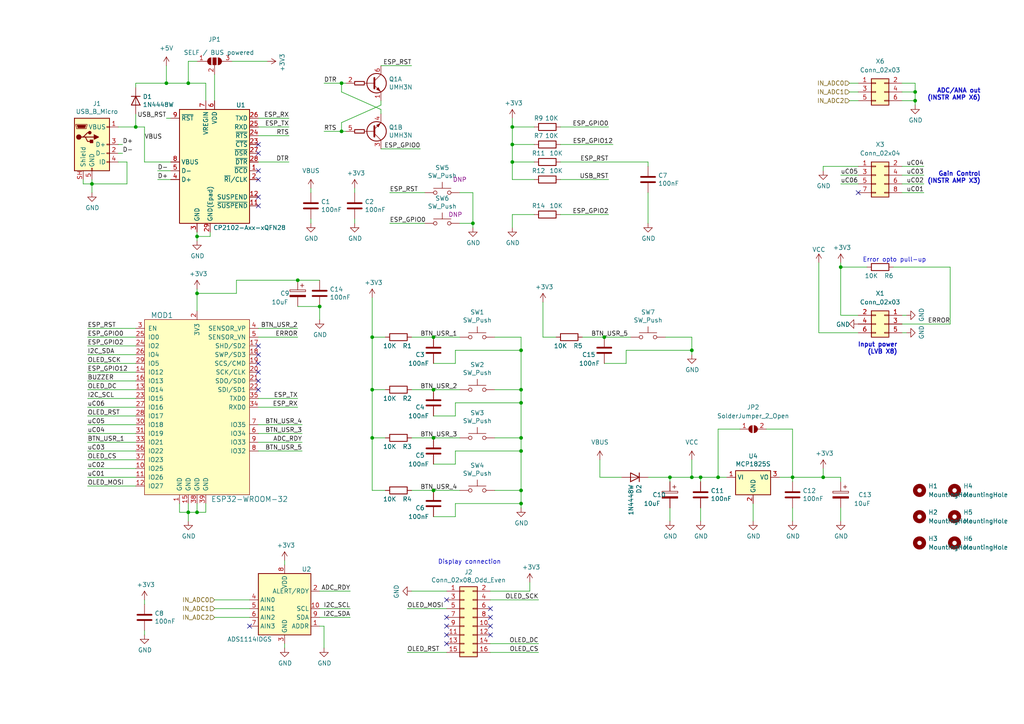
<source format=kicad_sch>
(kicad_sch (version 20211123) (generator eeschema)

  (uuid 60ff6322-62e2-4602-9bc0-7a0f0a5ecfbf)

  (paper "A4")

  

  (junction (at 107.95 97.79) (diameter 0) (color 0 0 0 0)
    (uuid 01640fbc-df19-4731-8c7e-f0206df31cb5)
  )
  (junction (at 86.36 81.28) (diameter 0) (color 0 0 0 0)
    (uuid 03e6a5ac-b562-4a91-acb3-f470adbe1f76)
  )
  (junction (at 175.26 97.79) (diameter 0) (color 0 0 0 0)
    (uuid 0b5e56c2-74b4-4f3b-971b-581bae97c652)
  )
  (junction (at 39.37 36.83) (diameter 0) (color 0 0 0 0)
    (uuid 12a24e86-2c38-4685-bba9-fff8dddb4cb0)
  )
  (junction (at 99.06 38.1) (diameter 0) (color 0 0 0 0)
    (uuid 180245d9-4a3f-4d1b-adcc-b4eafac722e0)
  )
  (junction (at 125.73 113.03) (diameter 0) (color 0 0 0 0)
    (uuid 1bfb1b1a-6079-412b-80ea-f4cc3a263d6f)
  )
  (junction (at 137.16 64.77) (diameter 0) (color 0 0 0 0)
    (uuid 1dfbf353-5b24-4c0f-8322-8fcd514ae75e)
  )
  (junction (at 26.67 53.34) (diameter 0) (color 0 0 0 0)
    (uuid 1f9ae101-c652-4998-a503-17aedf3d5746)
  )
  (junction (at 57.15 68.58) (diameter 0) (color 0 0 0 0)
    (uuid 36d783e7-096f-4c97-9672-7e08c083b87b)
  )
  (junction (at 99.06 24.13) (diameter 0) (color 0 0 0 0)
    (uuid 3c5e5ea9-793d-46e3-86bc-5884c4490dc7)
  )
  (junction (at 151.13 146.05) (diameter 0) (color 0 0 0 0)
    (uuid 3dc7c427-e5f7-45b6-9b78-d44441cb2cd4)
  )
  (junction (at 148.59 46.99) (diameter 0) (color 0 0 0 0)
    (uuid 4a54c707-7b6f-4a3d-a74d-5e3526114aba)
  )
  (junction (at 125.73 97.79) (diameter 0) (color 0 0 0 0)
    (uuid 4f294d48-de66-45bd-83d1-a4f60fb2a0c2)
  )
  (junction (at 243.84 77.47) (diameter 0) (color 0 0 0 0)
    (uuid 4f96ebad-bce0-4a4d-9c4a-24f31509b0a4)
  )
  (junction (at 107.95 113.03) (diameter 0) (color 0 0 0 0)
    (uuid 5274bd4d-b3a6-421d-b926-4c46f9470e2f)
  )
  (junction (at 265.43 29.21) (diameter 0) (color 0 0 0 0)
    (uuid 57a45468-d89a-4506-b762-61fd99bfb05c)
  )
  (junction (at 125.73 127) (diameter 0) (color 0 0 0 0)
    (uuid 58909626-c411-403a-969d-1d8865c1219c)
  )
  (junction (at 148.59 41.91) (diameter 0) (color 0 0 0 0)
    (uuid 60b393ef-b4cd-4d0d-b218-8e186321dab6)
  )
  (junction (at 265.43 26.67) (diameter 0) (color 0 0 0 0)
    (uuid 623ddf93-5f5b-4d87-b692-9d3c59a92ff1)
  )
  (junction (at 54.61 24.13) (diameter 0) (color 0 0 0 0)
    (uuid 6298b17d-1371-40b7-97c8-a4a373d6325e)
  )
  (junction (at 48.26 24.13) (diameter 0) (color 0 0 0 0)
    (uuid 65aae062-ae36-490f-a192-f1322d76f739)
  )
  (junction (at 151.13 113.03) (diameter 0) (color 0 0 0 0)
    (uuid 68fdfae5-8943-4710-ad7d-348d2fdf7b79)
  )
  (junction (at 107.95 127) (diameter 0) (color 0 0 0 0)
    (uuid 7a8aa5f5-7463-41b0-8bf9-cafa61bf226c)
  )
  (junction (at 238.76 138.43) (diameter 0) (color 0 0 0 0)
    (uuid 7bea05d4-1dec-4cd6-aa53-302dde803254)
  )
  (junction (at 151.13 101.6) (diameter 0) (color 0 0 0 0)
    (uuid 7d7abbf0-e990-409b-a27f-6da5185b3886)
  )
  (junction (at 151.13 130.81) (diameter 0) (color 0 0 0 0)
    (uuid 81da9909-9778-4de7-b343-175c9db4675d)
  )
  (junction (at 148.59 36.83) (diameter 0) (color 0 0 0 0)
    (uuid 869d6302-ae22-478f-9723-3feacbb12eef)
  )
  (junction (at 54.61 148.59) (diameter 0) (color 0 0 0 0)
    (uuid 8bdea5f6-7a53-427a-92b8-fd15994c2e8c)
  )
  (junction (at 125.73 142.24) (diameter 0) (color 0 0 0 0)
    (uuid 90e35cda-49cc-4322-a075-051479032de3)
  )
  (junction (at 151.13 127) (diameter 0) (color 0 0 0 0)
    (uuid 9cb4e056-3d41-4e5d-a5e3-7ea72564f03b)
  )
  (junction (at 200.66 101.6) (diameter 0) (color 0 0 0 0)
    (uuid 9ec0be17-3571-4cfd-83ca-c505602c3be6)
  )
  (junction (at 57.15 85.09) (diameter 0) (color 0 0 0 0)
    (uuid a5aedd37-46af-48af-8ae8-3785e245cc6e)
  )
  (junction (at 151.13 116.84) (diameter 0) (color 0 0 0 0)
    (uuid afa5d714-96d9-47f9-8d38-c592a7b78168)
  )
  (junction (at 151.13 142.24) (diameter 0) (color 0 0 0 0)
    (uuid b4e922d5-e9ae-4b96-b5bc-025ca63987dd)
  )
  (junction (at 208.28 138.43) (diameter 0) (color 0 0 0 0)
    (uuid cf67ad6b-2843-4560-a4b0-c0ac7899d00d)
  )
  (junction (at 229.87 138.43) (diameter 0) (color 0 0 0 0)
    (uuid de370984-7922-4327-a0ba-7cd613995df4)
  )
  (junction (at 203.2 138.43) (diameter 0) (color 0 0 0 0)
    (uuid e79c8e11-ed47-4701-ae80-a54cdb6682a5)
  )
  (junction (at 92.71 88.9) (diameter 0) (color 0 0 0 0)
    (uuid e94cdb40-163d-405e-b329-171a71a3c93d)
  )
  (junction (at 200.66 138.43) (diameter 0) (color 0 0 0 0)
    (uuid f4a1ab68-998b-43e3-aa33-40b58210bc99)
  )
  (junction (at 194.31 138.43) (diameter 0) (color 0 0 0 0)
    (uuid f860f099-9d99-4520-ab63-9dad6f34c107)
  )
  (junction (at 57.15 148.59) (diameter 0) (color 0 0 0 0)
    (uuid fa00d3f4-bb71-4b1d-aa40-ae9267e2c41f)
  )

  (no_connect (at 74.93 105.41) (uuid 083becc8-e25d-4206-9636-55457650bbe3))
  (no_connect (at 74.93 110.49) (uuid 10b74ec8-a945-4dff-9e89-049e2aee7861))
  (no_connect (at 74.93 41.91) (uuid 18c61c95-8af1-4986-b67e-c7af9c15ab6b))
  (no_connect (at 142.24 179.07) (uuid 275b6416-db29-42cc-9307-bf426917c3b4))
  (no_connect (at 129.54 184.15) (uuid 29cbb0bc-f66b-4d11-80e7-5bb270e42496))
  (no_connect (at 142.24 176.53) (uuid 3c22d605-7855-4cc6-8ad2-906cadbd02dc))
  (no_connect (at 74.93 100.33) (uuid 3e3d55c8-e0ea-48fb-8421-a84b7cb7055b))
  (no_connect (at 74.93 44.45) (uuid 4e27930e-1827-4788-aa6b-487321d46602))
  (no_connect (at 74.93 59.69) (uuid 593b8647-0095-46cc-ba23-3cf2a86edb5e))
  (no_connect (at 74.93 57.15) (uuid 60aa0ce8-9d0e-48ca-bbf9-866403979e9b))
  (no_connect (at 74.93 102.87) (uuid 725cdf26-4b92-46db-bca9-10d930002dda))
  (no_connect (at 74.93 113.03) (uuid 79451892-db6b-4999-916d-6392174ee493))
  (no_connect (at 74.93 107.95) (uuid 7acd513a-187b-4936-9f93-2e521ce33ad5))
  (no_connect (at 74.93 49.53) (uuid 8cd050d6-228c-4da0-9533-b4f8d14cfb34))
  (no_connect (at 248.92 55.88) (uuid 8d066af3-56c2-49f2-80c2-5735fd07a0b4))
  (no_connect (at 142.24 181.61) (uuid 91fc5800-6029-46b1-848d-ca0091f97267))
  (no_connect (at 72.39 181.61) (uuid ac22db93-e727-4c57-90ff-022e6d7ff7f5))
  (no_connect (at 142.24 184.15) (uuid bb8162f0-99c8-4884-be5b-c0d0c7e81ff6))
  (no_connect (at 74.93 52.07) (uuid bde95c06-433a-4c03-bc48-e3abcdb4e054))
  (no_connect (at 129.54 179.07) (uuid c2dd13db-24b6-40f1-b75b-b9ab893d92ea))
  (no_connect (at 129.54 186.69) (uuid c401e9c6-1deb-4979-99be-7c801c952098))
  (no_connect (at 129.54 181.61) (uuid d1c19c11-0a13-4237-b6b4-fb2ef1db7c6d))
  (no_connect (at 129.54 173.99) (uuid df83f395-2d18-47e2-a370-952ca41c2b3a))

  (wire (pts (xy 261.62 48.26) (xy 267.97 48.26))
    (stroke (width 0) (type default) (color 0 0 0 0))
    (uuid 015af63e-dc2b-46b1-a32d-c2e3b8f44317)
  )
  (wire (pts (xy 229.87 147.32) (xy 229.87 151.13))
    (stroke (width 0) (type default) (color 0 0 0 0))
    (uuid 015f5586-ba76-4a98-9114-f5cd2c67134d)
  )
  (wire (pts (xy 175.26 97.79) (xy 182.88 97.79))
    (stroke (width 0) (type default) (color 0 0 0 0))
    (uuid 01a662f7-6cc5-4954-978c-538e90239add)
  )
  (wire (pts (xy 54.61 24.13) (xy 59.69 24.13))
    (stroke (width 0) (type default) (color 0 0 0 0))
    (uuid 0499d173-b579-4ab8-bc73-ea8ea6c4c700)
  )
  (wire (pts (xy 68.58 81.28) (xy 86.36 81.28))
    (stroke (width 0) (type default) (color 0 0 0 0))
    (uuid 0904ac1a-aa6b-4164-8e23-8c17b0562eae)
  )
  (wire (pts (xy 57.15 68.58) (xy 57.15 67.31))
    (stroke (width 0) (type default) (color 0 0 0 0))
    (uuid 0a1a4d88-972a-46ce-b25e-6cb796bd41f7)
  )
  (wire (pts (xy 25.4 105.41) (xy 39.37 105.41))
    (stroke (width 0) (type default) (color 0 0 0 0))
    (uuid 0b9f21ed-3d41-4f23-ae45-74117a5f3153)
  )
  (wire (pts (xy 208.28 138.43) (xy 203.2 138.43))
    (stroke (width 0) (type default) (color 0 0 0 0))
    (uuid 0c3c19de-317f-4c9d-8669-87659ab86d50)
  )
  (wire (pts (xy 107.95 113.03) (xy 107.95 127))
    (stroke (width 0) (type default) (color 0 0 0 0))
    (uuid 0dfb012a-26d7-4eba-ab1a-971bf4bc8671)
  )
  (wire (pts (xy 143.51 113.03) (xy 151.13 113.03))
    (stroke (width 0) (type default) (color 0 0 0 0))
    (uuid 10308f4d-322d-4ffc-af46-e623a283ea8b)
  )
  (wire (pts (xy 25.4 120.65) (xy 39.37 120.65))
    (stroke (width 0) (type default) (color 0 0 0 0))
    (uuid 10d8ad0e-6a08-4053-92aa-23a15910fd21)
  )
  (wire (pts (xy 243.84 91.44) (xy 243.84 77.47))
    (stroke (width 0) (type default) (color 0 0 0 0))
    (uuid 1180f33e-f224-4439-92e9-4a12a9c6cc68)
  )
  (wire (pts (xy 200.66 133.35) (xy 200.66 138.43))
    (stroke (width 0) (type default) (color 0 0 0 0))
    (uuid 12fa3c3f-3d14-451a-a6a8-884fd1b32fa7)
  )
  (wire (pts (xy 148.59 41.91) (xy 148.59 46.99))
    (stroke (width 0) (type default) (color 0 0 0 0))
    (uuid 15b0e923-529b-490e-8ba7-4f74a8e52c69)
  )
  (wire (pts (xy 125.73 127) (xy 133.35 127))
    (stroke (width 0) (type default) (color 0 0 0 0))
    (uuid 16442a35-06e5-486a-a1bf-a53e997d9a0f)
  )
  (wire (pts (xy 175.26 105.41) (xy 181.61 105.41))
    (stroke (width 0) (type default) (color 0 0 0 0))
    (uuid 1886a93c-7bc3-4c8a-8fef-a54a7a25cfa7)
  )
  (wire (pts (xy 62.23 176.53) (xy 72.39 176.53))
    (stroke (width 0) (type default) (color 0 0 0 0))
    (uuid 1a3896dc-e816-4c09-a57f-31e542bbd9ca)
  )
  (wire (pts (xy 200.66 102.87) (xy 200.66 101.6))
    (stroke (width 0) (type default) (color 0 0 0 0))
    (uuid 1aa35546-c260-44fd-916b-fbc941c9479d)
  )
  (wire (pts (xy 208.28 138.43) (xy 208.28 124.46))
    (stroke (width 0) (type default) (color 0 0 0 0))
    (uuid 1b46eca9-914d-4ab8-9907-770a340f6ce0)
  )
  (wire (pts (xy 54.61 148.59) (xy 57.15 148.59))
    (stroke (width 0) (type default) (color 0 0 0 0))
    (uuid 1cb22080-0f59-4c18-a6e6-8685ef44ec53)
  )
  (wire (pts (xy 86.36 81.28) (xy 92.71 81.28))
    (stroke (width 0) (type default) (color 0 0 0 0))
    (uuid 1e7c4b37-f0dc-41f5-ad4a-34c06ae31b03)
  )
  (wire (pts (xy 100.33 24.13) (xy 99.06 24.13))
    (stroke (width 0) (type default) (color 0 0 0 0))
    (uuid 1fbb0219-551e-409b-a61b-76e8cebdfb9d)
  )
  (wire (pts (xy 246.38 29.21) (xy 248.92 29.21))
    (stroke (width 0) (type default) (color 0 0 0 0))
    (uuid 209752d2-ab0a-457e-b8f1-e418116a1eea)
  )
  (wire (pts (xy 68.58 81.28) (xy 68.58 85.09))
    (stroke (width 0) (type default) (color 0 0 0 0))
    (uuid 22236bec-4a4c-474c-8e18-3b9a0d884f03)
  )
  (wire (pts (xy 39.37 135.89) (xy 25.4 135.89))
    (stroke (width 0) (type default) (color 0 0 0 0))
    (uuid 22962957-1efd-404d-83db-5b233b6c15b0)
  )
  (wire (pts (xy 200.66 101.6) (xy 200.66 97.79))
    (stroke (width 0) (type default) (color 0 0 0 0))
    (uuid 2303f0ca-d89c-4397-886c-f4a3ed8b2ac2)
  )
  (wire (pts (xy 48.26 19.05) (xy 48.26 24.13))
    (stroke (width 0) (type default) (color 0 0 0 0))
    (uuid 2534d572-cd6d-4164-8f18-e9949ba9b42d)
  )
  (wire (pts (xy 137.16 55.88) (xy 133.35 55.88))
    (stroke (width 0) (type default) (color 0 0 0 0))
    (uuid 269f19c3-6824-45a8-be29-fa58d70cbb42)
  )
  (wire (pts (xy 57.15 85.09) (xy 57.15 90.17))
    (stroke (width 0) (type default) (color 0 0 0 0))
    (uuid 27f4f09a-2e91-483d-9d43-b93c61785c52)
  )
  (wire (pts (xy 99.06 24.13) (xy 99.06 26.67))
    (stroke (width 0) (type default) (color 0 0 0 0))
    (uuid 28e37b45-f843-47c2-85c9-ca19f5430ece)
  )
  (wire (pts (xy 60.96 67.31) (xy 60.96 68.58))
    (stroke (width 0) (type default) (color 0 0 0 0))
    (uuid 29bb7297-26fb-4776-9266-2355d022bab0)
  )
  (wire (pts (xy 176.53 62.23) (xy 162.56 62.23))
    (stroke (width 0) (type default) (color 0 0 0 0))
    (uuid 2a1de22d-6451-488d-af77-0bf8841bd695)
  )
  (wire (pts (xy 92.71 88.9) (xy 92.71 92.71))
    (stroke (width 0) (type default) (color 0 0 0 0))
    (uuid 2a8c6d21-0f6f-4df3-b327-4e6eebb495be)
  )
  (wire (pts (xy 25.4 123.19) (xy 39.37 123.19))
    (stroke (width 0) (type default) (color 0 0 0 0))
    (uuid 2cd5e95a-c3e2-4861-8cfc-23bebd747c31)
  )
  (wire (pts (xy 25.4 102.87) (xy 39.37 102.87))
    (stroke (width 0) (type default) (color 0 0 0 0))
    (uuid 2ea8fa6f-efc3-40fe-bcf9-05bfa46ead4f)
  )
  (wire (pts (xy 194.31 147.32) (xy 194.31 151.13))
    (stroke (width 0) (type default) (color 0 0 0 0))
    (uuid 2f424da3-8fae-4941-bc6d-20044787372f)
  )
  (wire (pts (xy 265.43 26.67) (xy 265.43 29.21))
    (stroke (width 0) (type default) (color 0 0 0 0))
    (uuid 2fb2622f-7997-48d2-bce0-8286d8a31d77)
  )
  (wire (pts (xy 119.38 97.79) (xy 125.73 97.79))
    (stroke (width 0) (type default) (color 0 0 0 0))
    (uuid 2fe7c4aa-33bd-46c6-a02e-20bf7cb6875a)
  )
  (wire (pts (xy 62.23 21.59) (xy 62.23 29.21))
    (stroke (width 0) (type default) (color 0 0 0 0))
    (uuid 312cbb32-9571-49f3-9535-4901ee64b620)
  )
  (wire (pts (xy 82.55 186.69) (xy 82.55 187.96))
    (stroke (width 0) (type default) (color 0 0 0 0))
    (uuid 347562f5-b152-4e7b-8a69-40ca6daaaad4)
  )
  (wire (pts (xy 118.11 189.23) (xy 129.54 189.23))
    (stroke (width 0) (type default) (color 0 0 0 0))
    (uuid 355ced6c-c08a-4586-9a09-7a9c624536f6)
  )
  (wire (pts (xy 25.4 107.95) (xy 39.37 107.95))
    (stroke (width 0) (type default) (color 0 0 0 0))
    (uuid 35c6497a-18b9-491f-b131-e4297d8f96ca)
  )
  (wire (pts (xy 243.84 53.34) (xy 248.92 53.34))
    (stroke (width 0) (type default) (color 0 0 0 0))
    (uuid 35cc0305-9260-4d36-af70-8d262cfa0dc2)
  )
  (wire (pts (xy 34.29 46.99) (xy 36.83 46.99))
    (stroke (width 0) (type default) (color 0 0 0 0))
    (uuid 35ef9c4a-35f6-467b-a704-b1d9354880cf)
  )
  (wire (pts (xy 137.16 64.77) (xy 137.16 55.88))
    (stroke (width 0) (type default) (color 0 0 0 0))
    (uuid 38cfe839-c630-43d3-a9ec-6a89ba9e318a)
  )
  (wire (pts (xy 74.93 130.81) (xy 87.63 130.81))
    (stroke (width 0) (type default) (color 0 0 0 0))
    (uuid 3b05eff3-6c84-4618-90e0-0afab989aec9)
  )
  (wire (pts (xy 151.13 147.32) (xy 151.13 146.05))
    (stroke (width 0) (type default) (color 0 0 0 0))
    (uuid 3b753257-c6aa-48e2-8fbb-65e172254f49)
  )
  (wire (pts (xy 41.91 36.83) (xy 39.37 36.83))
    (stroke (width 0) (type default) (color 0 0 0 0))
    (uuid 3e0392c0-affc-4114-9de5-1f1cfe79418a)
  )
  (wire (pts (xy 118.11 176.53) (xy 129.54 176.53))
    (stroke (width 0) (type default) (color 0 0 0 0))
    (uuid 3ed2c840-383d-4cbd-bc3b-c4ea4c97b333)
  )
  (wire (pts (xy 151.13 146.05) (xy 151.13 142.24))
    (stroke (width 0) (type default) (color 0 0 0 0))
    (uuid 3ffe6a2d-e3b6-484a-acd4-401a37c287f6)
  )
  (wire (pts (xy 156.21 186.69) (xy 142.24 186.69))
    (stroke (width 0) (type default) (color 0 0 0 0))
    (uuid 4086cbd7-6ba7-4e63-8da9-17e60627ee17)
  )
  (wire (pts (xy 238.76 135.89) (xy 238.76 138.43))
    (stroke (width 0) (type default) (color 0 0 0 0))
    (uuid 42d3f9d6-2a47-41a8-b942-295fcb83bcd8)
  )
  (wire (pts (xy 162.56 46.99) (xy 187.96 46.99))
    (stroke (width 0) (type default) (color 0 0 0 0))
    (uuid 443bc73a-8dc0-4e2f-a292-a5eff00efa5b)
  )
  (wire (pts (xy 62.23 173.99) (xy 72.39 173.99))
    (stroke (width 0) (type default) (color 0 0 0 0))
    (uuid 4641c87c-bffa-41fe-ae77-be3a97a6f797)
  )
  (wire (pts (xy 243.84 151.13) (xy 243.84 147.32))
    (stroke (width 0) (type default) (color 0 0 0 0))
    (uuid 46cbe85d-ff47-428e-b187-4ebd50a66e0c)
  )
  (wire (pts (xy 25.4 118.11) (xy 39.37 118.11))
    (stroke (width 0) (type default) (color 0 0 0 0))
    (uuid 475ed8b3-90bf-48cd-bce5-d8f48b689541)
  )
  (wire (pts (xy 229.87 124.46) (xy 229.87 138.43))
    (stroke (width 0) (type default) (color 0 0 0 0))
    (uuid 4a282423-67e4-4c9c-bb82-beffae3a6f3f)
  )
  (wire (pts (xy 107.95 113.03) (xy 111.76 113.03))
    (stroke (width 0) (type default) (color 0 0 0 0))
    (uuid 4a4949c5-b952-4a5d-99cd-15958bb1c0a7)
  )
  (wire (pts (xy 148.59 52.07) (xy 148.59 46.99))
    (stroke (width 0) (type default) (color 0 0 0 0))
    (uuid 4b1fce17-dec7-457e-ba3b-a77604e77dc9)
  )
  (wire (pts (xy 113.03 64.77) (xy 123.19 64.77))
    (stroke (width 0) (type default) (color 0 0 0 0))
    (uuid 4cafb73d-1ad8-4d24-acf7-63d78095ae46)
  )
  (wire (pts (xy 35.56 44.45) (xy 34.29 44.45))
    (stroke (width 0) (type default) (color 0 0 0 0))
    (uuid 4d4fecdd-be4a-47e9-9085-2268d5852d8f)
  )
  (wire (pts (xy 238.76 49.53) (xy 238.76 48.26))
    (stroke (width 0) (type default) (color 0 0 0 0))
    (uuid 4e20d7ba-c629-4b03-a4fa-1c53eed54d3d)
  )
  (wire (pts (xy 125.73 97.79) (xy 133.35 97.79))
    (stroke (width 0) (type default) (color 0 0 0 0))
    (uuid 4ed0a268-7cdd-4a80-9883-cf3ce5a7ce6b)
  )
  (wire (pts (xy 162.56 41.91) (xy 177.8 41.91))
    (stroke (width 0) (type default) (color 0 0 0 0))
    (uuid 4f852024-4528-4c29-b48d-f8741aff91c1)
  )
  (wire (pts (xy 132.08 105.41) (xy 132.08 101.6))
    (stroke (width 0) (type default) (color 0 0 0 0))
    (uuid 4fe2da4e-964c-447f-8a3a-aa5d0297d9fe)
  )
  (wire (pts (xy 57.15 85.09) (xy 68.58 85.09))
    (stroke (width 0) (type default) (color 0 0 0 0))
    (uuid 4fe48c78-c334-4b58-8387-fec141661466)
  )
  (wire (pts (xy 218.44 146.05) (xy 218.44 151.13))
    (stroke (width 0) (type default) (color 0 0 0 0))
    (uuid 541721d1-074b-496e-a833-813044b3e8ca)
  )
  (wire (pts (xy 99.06 35.56) (xy 99.06 38.1))
    (stroke (width 0) (type default) (color 0 0 0 0))
    (uuid 54212c01-b363-47b8-a145-45c40df316f4)
  )
  (wire (pts (xy 137.16 66.04) (xy 137.16 64.77))
    (stroke (width 0) (type default) (color 0 0 0 0))
    (uuid 582622a2-fad4-4737-9a80-be9fffbba8ab)
  )
  (wire (pts (xy 133.35 64.77) (xy 137.16 64.77))
    (stroke (width 0) (type default) (color 0 0 0 0))
    (uuid 5889287d-b845-4684-b23e-663811b25d27)
  )
  (wire (pts (xy 74.93 95.25) (xy 86.36 95.25))
    (stroke (width 0) (type default) (color 0 0 0 0))
    (uuid 595be453-f7ae-43a4-98dc-9f4206218d14)
  )
  (wire (pts (xy 26.67 53.34) (xy 26.67 52.07))
    (stroke (width 0) (type default) (color 0 0 0 0))
    (uuid 5c30b9b4-3014-4f50-9329-27a539b67e01)
  )
  (wire (pts (xy 54.61 17.78) (xy 54.61 24.13))
    (stroke (width 0) (type default) (color 0 0 0 0))
    (uuid 5da50ad6-92c3-40ce-9ac7-6537cd607e43)
  )
  (wire (pts (xy 132.08 116.84) (xy 151.13 116.84))
    (stroke (width 0) (type default) (color 0 0 0 0))
    (uuid 5dd9331b-14fc-438b-bcc8-6318b45292c2)
  )
  (wire (pts (xy 25.4 138.43) (xy 39.37 138.43))
    (stroke (width 0) (type default) (color 0 0 0 0))
    (uuid 5f312b85-6822-40a3-b417-2df49696ca2d)
  )
  (wire (pts (xy 57.15 146.05) (xy 57.15 148.59))
    (stroke (width 0) (type default) (color 0 0 0 0))
    (uuid 5ff19d63-2cb4-438b-93c4-e66d37a05329)
  )
  (wire (pts (xy 57.15 148.59) (xy 59.69 148.59))
    (stroke (width 0) (type default) (color 0 0 0 0))
    (uuid 616287d9-a51f-498c-8b91-be46a0aa3a7f)
  )
  (wire (pts (xy 143.51 127) (xy 151.13 127))
    (stroke (width 0) (type default) (color 0 0 0 0))
    (uuid 62c54e83-debd-42e9-b6b0-aaa706a2ff13)
  )
  (wire (pts (xy 187.96 64.77) (xy 187.96 55.88))
    (stroke (width 0) (type default) (color 0 0 0 0))
    (uuid 633292d3-80c5-4986-be82-ce926e9f09f4)
  )
  (wire (pts (xy 59.69 148.59) (xy 59.69 146.05))
    (stroke (width 0) (type default) (color 0 0 0 0))
    (uuid 637f12be-fa48-4ce4-96b2-04c21a8795c8)
  )
  (wire (pts (xy 153.67 171.45) (xy 142.24 171.45))
    (stroke (width 0) (type default) (color 0 0 0 0))
    (uuid 63caf46e-0228-40de-b819-c6bd29dd1711)
  )
  (wire (pts (xy 39.37 33.02) (xy 39.37 36.83))
    (stroke (width 0) (type default) (color 0 0 0 0))
    (uuid 6513181c-0a6a-4560-9a18-17450c36ae2a)
  )
  (wire (pts (xy 151.13 101.6) (xy 151.13 113.03))
    (stroke (width 0) (type default) (color 0 0 0 0))
    (uuid 65388e2e-32ea-41d7-98a2-35744b85e784)
  )
  (wire (pts (xy 151.13 97.79) (xy 143.51 97.79))
    (stroke (width 0) (type default) (color 0 0 0 0))
    (uuid 673897c0-277a-4fdb-9be1-18d140fcfb9c)
  )
  (wire (pts (xy 246.38 24.13) (xy 248.92 24.13))
    (stroke (width 0) (type default) (color 0 0 0 0))
    (uuid 67a63d8e-5e42-4c12-826d-9f0cd0cfb517)
  )
  (wire (pts (xy 243.84 77.47) (xy 243.84 76.2))
    (stroke (width 0) (type default) (color 0 0 0 0))
    (uuid 6898ce2c-c7d0-4991-80fd-1bc9797ec472)
  )
  (wire (pts (xy 125.73 134.62) (xy 132.08 134.62))
    (stroke (width 0) (type default) (color 0 0 0 0))
    (uuid 6899b026-3b64-4037-bed1-640f04ac41d7)
  )
  (wire (pts (xy 148.59 34.29) (xy 148.59 36.83))
    (stroke (width 0) (type default) (color 0 0 0 0))
    (uuid 691af561-538d-4e8f-a916-26cad45eb7d6)
  )
  (wire (pts (xy 176.53 52.07) (xy 162.56 52.07))
    (stroke (width 0) (type default) (color 0 0 0 0))
    (uuid 6ac3ab53-7523-4805-bfd2-5de19dff127e)
  )
  (wire (pts (xy 151.13 130.81) (xy 151.13 142.24))
    (stroke (width 0) (type default) (color 0 0 0 0))
    (uuid 6d4ab6f9-b483-459e-b7b7-7b2e8fa44480)
  )
  (wire (pts (xy 39.37 97.79) (xy 25.4 97.79))
    (stroke (width 0) (type default) (color 0 0 0 0))
    (uuid 6f580eb1-88cc-489d-a7ca-9efa5e590715)
  )
  (wire (pts (xy 125.73 120.65) (xy 132.08 120.65))
    (stroke (width 0) (type default) (color 0 0 0 0))
    (uuid 6f81f3f4-fc1e-4be8-92d7-32713d46998c)
  )
  (wire (pts (xy 54.61 148.59) (xy 54.61 151.13))
    (stroke (width 0) (type default) (color 0 0 0 0))
    (uuid 701e1517-e8cf-46f4-b538-98e721c97380)
  )
  (wire (pts (xy 92.71 181.61) (xy 93.98 181.61))
    (stroke (width 0) (type default) (color 0 0 0 0))
    (uuid 70d34adf-9bd8-469e-8c77-5c0d7adf511e)
  )
  (wire (pts (xy 49.53 52.07) (xy 45.72 52.07))
    (stroke (width 0) (type default) (color 0 0 0 0))
    (uuid 71c6e723-673c-45a9-a0e4-9742220c52a3)
  )
  (wire (pts (xy 119.38 171.45) (xy 129.54 171.45))
    (stroke (width 0) (type default) (color 0 0 0 0))
    (uuid 7233cb6b-d8fd-4fcd-9b4f-8b0ed19b1b12)
  )
  (wire (pts (xy 41.91 184.15) (xy 41.91 182.88))
    (stroke (width 0) (type default) (color 0 0 0 0))
    (uuid 73fbe87f-3928-49c2-bf87-839d907c6aef)
  )
  (wire (pts (xy 261.62 93.98) (xy 275.59 93.98))
    (stroke (width 0) (type default) (color 0 0 0 0))
    (uuid 747a6a4c-4641-4b0c-9c0e-f5fe21c8d40b)
  )
  (wire (pts (xy 237.49 76.2) (xy 237.49 96.52))
    (stroke (width 0) (type default) (color 0 0 0 0))
    (uuid 74bb6dcf-0765-4cd7-be56-d63c5caf22b6)
  )
  (wire (pts (xy 86.36 118.11) (xy 74.93 118.11))
    (stroke (width 0) (type default) (color 0 0 0 0))
    (uuid 76afa8e0-9b3a-439d-843c-ad039d3b6354)
  )
  (wire (pts (xy 261.62 26.67) (xy 265.43 26.67))
    (stroke (width 0) (type default) (color 0 0 0 0))
    (uuid 7947669e-e6d9-4eaf-9183-091953df0626)
  )
  (wire (pts (xy 48.26 24.13) (xy 54.61 24.13))
    (stroke (width 0) (type default) (color 0 0 0 0))
    (uuid 7a4c9148-cc21-409c-a0e4-84d9c4ff88c0)
  )
  (wire (pts (xy 83.82 34.29) (xy 74.93 34.29))
    (stroke (width 0) (type default) (color 0 0 0 0))
    (uuid 7a74c4b1-6243-4a12-85a2-bc41d346e7aa)
  )
  (wire (pts (xy 25.4 110.49) (xy 39.37 110.49))
    (stroke (width 0) (type default) (color 0 0 0 0))
    (uuid 7b766787-7689-40b8-9ef5-c0b1af45a9ae)
  )
  (wire (pts (xy 110.49 29.21) (xy 110.49 30.48))
    (stroke (width 0) (type default) (color 0 0 0 0))
    (uuid 7bfba61b-6752-4a45-9ee6-5984dcb15041)
  )
  (wire (pts (xy 25.4 130.81) (xy 39.37 130.81))
    (stroke (width 0) (type default) (color 0 0 0 0))
    (uuid 7c3789d2-16d5-44bc-866d-b664353827d4)
  )
  (wire (pts (xy 148.59 36.83) (xy 154.94 36.83))
    (stroke (width 0) (type default) (color 0 0 0 0))
    (uuid 7ce7415d-7c22-49f6-8215-488853ccc8c6)
  )
  (wire (pts (xy 83.82 39.37) (xy 74.93 39.37))
    (stroke (width 0) (type default) (color 0 0 0 0))
    (uuid 7d76d925-f900-42af-a03f-bb32d2381b09)
  )
  (wire (pts (xy 132.08 120.65) (xy 132.08 116.84))
    (stroke (width 0) (type default) (color 0 0 0 0))
    (uuid 7efd7141-906b-4fe6-aaef-96cb49e701cc)
  )
  (wire (pts (xy 92.71 176.53) (xy 101.6 176.53))
    (stroke (width 0) (type default) (color 0 0 0 0))
    (uuid 7f9683c1-2203-43df-8fa1-719a0dc360df)
  )
  (wire (pts (xy 35.56 41.91) (xy 34.29 41.91))
    (stroke (width 0) (type default) (color 0 0 0 0))
    (uuid 8458d41c-5d62-455d-b6e1-9f718c0faac9)
  )
  (wire (pts (xy 151.13 116.84) (xy 151.13 127))
    (stroke (width 0) (type default) (color 0 0 0 0))
    (uuid 859bdde2-aade-4f27-b25e-30e0efbe49ff)
  )
  (wire (pts (xy 99.06 26.67) (xy 110.49 31.75))
    (stroke (width 0) (type default) (color 0 0 0 0))
    (uuid 88610282-a92d-4c3d-917a-ea95d59e0759)
  )
  (wire (pts (xy 24.13 52.07) (xy 24.13 53.34))
    (stroke (width 0) (type default) (color 0 0 0 0))
    (uuid 88cb65f4-7e9e-44eb-8692-3b6e2e788a94)
  )
  (wire (pts (xy 107.95 86.36) (xy 107.95 97.79))
    (stroke (width 0) (type default) (color 0 0 0 0))
    (uuid 88f27ee3-c89c-40d1-b8eb-c5f74feeffa4)
  )
  (wire (pts (xy 265.43 30.48) (xy 265.43 29.21))
    (stroke (width 0) (type default) (color 0 0 0 0))
    (uuid 8aad3d29-2740-4fa0-b6af-1a1329d465f6)
  )
  (wire (pts (xy 153.67 168.91) (xy 153.67 171.45))
    (stroke (width 0) (type default) (color 0 0 0 0))
    (uuid 8aff0f38-92a8-45ec-b106-b185e93ca3fd)
  )
  (wire (pts (xy 57.15 83.82) (xy 57.15 85.09))
    (stroke (width 0) (type default) (color 0 0 0 0))
    (uuid 8b7bbefd-8f78-41f8-809c-2534a5de3b39)
  )
  (wire (pts (xy 107.95 97.79) (xy 107.95 113.03))
    (stroke (width 0) (type default) (color 0 0 0 0))
    (uuid 8dae6da0-3ed8-49b1-b05d-de10f136f162)
  )
  (wire (pts (xy 168.91 97.79) (xy 175.26 97.79))
    (stroke (width 0) (type default) (color 0 0 0 0))
    (uuid 901aa07d-6cfe-4a24-bca8-c21fbb117c43)
  )
  (wire (pts (xy 208.28 124.46) (xy 214.63 124.46))
    (stroke (width 0) (type default) (color 0 0 0 0))
    (uuid 90dcfc21-661d-439d-81db-27321b54f9e7)
  )
  (wire (pts (xy 119.38 19.05) (xy 110.49 19.05))
    (stroke (width 0) (type default) (color 0 0 0 0))
    (uuid 92035a88-6c95-4a61-bd8a-cb8dd9e5018a)
  )
  (wire (pts (xy 261.62 29.21) (xy 265.43 29.21))
    (stroke (width 0) (type default) (color 0 0 0 0))
    (uuid 92cbddca-47cc-432e-84d9-921c2a617f95)
  )
  (wire (pts (xy 86.36 115.57) (xy 74.93 115.57))
    (stroke (width 0) (type default) (color 0 0 0 0))
    (uuid 946404ba-9297-43ec-9d67-30184041145f)
  )
  (wire (pts (xy 25.4 115.57) (xy 39.37 115.57))
    (stroke (width 0) (type default) (color 0 0 0 0))
    (uuid 9529c01f-e1cd-40be-b7f0-83780a544249)
  )
  (wire (pts (xy 102.87 54.61) (xy 102.87 55.88))
    (stroke (width 0) (type default) (color 0 0 0 0))
    (uuid 955cc99e-a129-42cf-abc7-aa99813fdb5f)
  )
  (wire (pts (xy 74.93 97.79) (xy 86.36 97.79))
    (stroke (width 0) (type default) (color 0 0 0 0))
    (uuid 967fc0bc-597e-401a-8ec4-8208a7728694)
  )
  (wire (pts (xy 132.08 134.62) (xy 132.08 130.81))
    (stroke (width 0) (type default) (color 0 0 0 0))
    (uuid 96adee0c-9b19-4da3-8aa4-1495eac0131b)
  )
  (wire (pts (xy 173.99 138.43) (xy 180.34 138.43))
    (stroke (width 0) (type default) (color 0 0 0 0))
    (uuid 97172127-7e15-499b-97b2-78a6d593816a)
  )
  (wire (pts (xy 238.76 48.26) (xy 248.92 48.26))
    (stroke (width 0) (type default) (color 0 0 0 0))
    (uuid 973193ec-8f37-49e2-8624-764e3d728c0c)
  )
  (wire (pts (xy 125.73 149.86) (xy 132.08 149.86))
    (stroke (width 0) (type default) (color 0 0 0 0))
    (uuid 973e2a42-89e8-4f6b-8a85-136ec32ee787)
  )
  (wire (pts (xy 54.61 17.78) (xy 57.15 17.78))
    (stroke (width 0) (type default) (color 0 0 0 0))
    (uuid 9782ef92-ead2-4e46-b14d-da048e48b7dd)
  )
  (wire (pts (xy 110.49 31.75) (xy 110.49 33.02))
    (stroke (width 0) (type default) (color 0 0 0 0))
    (uuid 98914cc3-56fe-40bb-820a-3d157225c145)
  )
  (wire (pts (xy 87.63 128.27) (xy 74.93 128.27))
    (stroke (width 0) (type default) (color 0 0 0 0))
    (uuid 99186658-0361-40ba-ae93-62f23c5622e6)
  )
  (wire (pts (xy 100.33 38.1) (xy 99.06 38.1))
    (stroke (width 0) (type default) (color 0 0 0 0))
    (uuid 99332785-d9f1-4363-9377-26ddc18e6d2c)
  )
  (wire (pts (xy 110.49 30.48) (xy 99.06 35.56))
    (stroke (width 0) (type default) (color 0 0 0 0))
    (uuid 99dfa524-0366-4808-b4e8-328fc38e8656)
  )
  (wire (pts (xy 210.82 138.43) (xy 208.28 138.43))
    (stroke (width 0) (type default) (color 0 0 0 0))
    (uuid 9db16341-dac0-4aab-9c62-7d88c111c1ce)
  )
  (wire (pts (xy 99.06 24.13) (xy 93.98 24.13))
    (stroke (width 0) (type default) (color 0 0 0 0))
    (uuid 9dcdc92b-2219-4a4a-8954-45f02cc3ab25)
  )
  (wire (pts (xy 193.04 97.79) (xy 200.66 97.79))
    (stroke (width 0) (type default) (color 0 0 0 0))
    (uuid a078bdaf-7ad4-4663-aaa6-7ef9460f6c57)
  )
  (wire (pts (xy 143.51 142.24) (xy 151.13 142.24))
    (stroke (width 0) (type default) (color 0 0 0 0))
    (uuid a44cdec3-db25-4afd-a8ae-a736db47a9ab)
  )
  (wire (pts (xy 238.76 138.43) (xy 243.84 138.43))
    (stroke (width 0) (type default) (color 0 0 0 0))
    (uuid a5362821-c161-4c7a-a00c-40e1d7472d56)
  )
  (wire (pts (xy 54.61 146.05) (xy 54.61 148.59))
    (stroke (width 0) (type default) (color 0 0 0 0))
    (uuid a599509f-fbb9-4db4-9adf-9e96bab1138d)
  )
  (wire (pts (xy 82.55 162.56) (xy 82.55 163.83))
    (stroke (width 0) (type default) (color 0 0 0 0))
    (uuid a64aeb89-c24a-493b-9aab-87a6be930bde)
  )
  (wire (pts (xy 39.37 100.33) (xy 25.4 100.33))
    (stroke (width 0) (type default) (color 0 0 0 0))
    (uuid a76a574b-1cac-43eb-81e6-0e2e278cea39)
  )
  (wire (pts (xy 86.36 88.9) (xy 92.71 88.9))
    (stroke (width 0) (type default) (color 0 0 0 0))
    (uuid a7b5511b-61ec-459a-8110-aca80e1a7bae)
  )
  (wire (pts (xy 36.83 53.34) (xy 26.67 53.34))
    (stroke (width 0) (type default) (color 0 0 0 0))
    (uuid a7f25f41-0b4c-4430-b6cd-b2160b2db099)
  )
  (wire (pts (xy 156.21 173.99) (xy 142.24 173.99))
    (stroke (width 0) (type default) (color 0 0 0 0))
    (uuid a7fc0812-140f-4d96-9cd8-ead8c1c610b1)
  )
  (wire (pts (xy 25.4 128.27) (xy 39.37 128.27))
    (stroke (width 0) (type default) (color 0 0 0 0))
    (uuid a8895680-35f2-4d63-8411-7d3e53eea38c)
  )
  (wire (pts (xy 125.73 142.24) (xy 133.35 142.24))
    (stroke (width 0) (type default) (color 0 0 0 0))
    (uuid a92b273a-9d1e-4ec1-9b4f-75f4223ef71c)
  )
  (wire (pts (xy 265.43 24.13) (xy 265.43 26.67))
    (stroke (width 0) (type default) (color 0 0 0 0))
    (uuid a944dde1-5849-43af-a58d-2a525b71820d)
  )
  (wire (pts (xy 203.2 138.43) (xy 200.66 138.43))
    (stroke (width 0) (type default) (color 0 0 0 0))
    (uuid aa047297-22f8-4de0-a969-0b3451b8e164)
  )
  (wire (pts (xy 48.26 34.29) (xy 49.53 34.29))
    (stroke (width 0) (type default) (color 0 0 0 0))
    (uuid aa1c6f47-cbd4-4cbd-8265-e5ac08b7ffc8)
  )
  (wire (pts (xy 203.2 139.7) (xy 203.2 138.43))
    (stroke (width 0) (type default) (color 0 0 0 0))
    (uuid ab8b0540-9c9f-4195-88f5-7bed0b0a8ed6)
  )
  (wire (pts (xy 119.38 127) (xy 125.73 127))
    (stroke (width 0) (type default) (color 0 0 0 0))
    (uuid abfb1de5-d0bd-428b-bcb8-a663cdb38afb)
  )
  (wire (pts (xy 39.37 24.13) (xy 48.26 24.13))
    (stroke (width 0) (type default) (color 0 0 0 0))
    (uuid acaad4a6-4f4b-4a31-b3ca-fed41c2487fa)
  )
  (wire (pts (xy 25.4 133.35) (xy 39.37 133.35))
    (stroke (width 0) (type default) (color 0 0 0 0))
    (uuid af186015-d283-4209-aade-a247e5de01df)
  )
  (wire (pts (xy 119.38 113.03) (xy 125.73 113.03))
    (stroke (width 0) (type default) (color 0 0 0 0))
    (uuid af5e760d-76de-426f-819c-4955a7241bd1)
  )
  (wire (pts (xy 229.87 138.43) (xy 238.76 138.43))
    (stroke (width 0) (type default) (color 0 0 0 0))
    (uuid b0b4c3cb-e7ea-49c0-8162-be3bbab3e4ec)
  )
  (wire (pts (xy 39.37 95.25) (xy 25.4 95.25))
    (stroke (width 0) (type default) (color 0 0 0 0))
    (uuid b13e8448-bf35-4ec0-9c70-3f2250718cc2)
  )
  (wire (pts (xy 173.99 133.35) (xy 173.99 138.43))
    (stroke (width 0) (type default) (color 0 0 0 0))
    (uuid b232f379-384e-4167-8fd6-c34d72caa954)
  )
  (wire (pts (xy 90.17 54.61) (xy 90.17 55.88))
    (stroke (width 0) (type default) (color 0 0 0 0))
    (uuid b284f609-dc7e-49cd-a56e-df0cd19c4a61)
  )
  (wire (pts (xy 222.25 124.46) (xy 229.87 124.46))
    (stroke (width 0) (type default) (color 0 0 0 0))
    (uuid b3633bd2-7f7b-4d1c-809b-149755a83f26)
  )
  (wire (pts (xy 41.91 36.83) (xy 41.91 46.99))
    (stroke (width 0) (type default) (color 0 0 0 0))
    (uuid b4833916-7a3e-4498-86fb-ec6d13262ffe)
  )
  (wire (pts (xy 261.62 96.52) (xy 262.89 96.52))
    (stroke (width 0) (type default) (color 0 0 0 0))
    (uuid b5ca430a-e13d-4d7d-be71-0ff638b3b46d)
  )
  (wire (pts (xy 243.84 138.43) (xy 243.84 139.7))
    (stroke (width 0) (type default) (color 0 0 0 0))
    (uuid b794d099-f823-4d35-9755-ca1c45247ee9)
  )
  (wire (pts (xy 194.31 138.43) (xy 194.31 139.7))
    (stroke (width 0) (type default) (color 0 0 0 0))
    (uuid b7d06af4-a5b1-447f-9b1a-8b44eb1cc204)
  )
  (wire (pts (xy 36.83 46.99) (xy 36.83 53.34))
    (stroke (width 0) (type default) (color 0 0 0 0))
    (uuid b8b961e9-8a60-45fc-999a-a7a3baff4e0d)
  )
  (wire (pts (xy 261.62 24.13) (xy 265.43 24.13))
    (stroke (width 0) (type default) (color 0 0 0 0))
    (uuid b91905c5-76c0-4802-a010-f5ab067fe0cc)
  )
  (wire (pts (xy 39.37 140.97) (xy 25.4 140.97))
    (stroke (width 0) (type default) (color 0 0 0 0))
    (uuid bd085057-7c0e-463a-982b-968a2dc1f0f8)
  )
  (wire (pts (xy 275.59 77.47) (xy 259.08 77.47))
    (stroke (width 0) (type default) (color 0 0 0 0))
    (uuid bd19905a-c686-45c9-a5c3-1a26b1b34b21)
  )
  (wire (pts (xy 25.4 125.73) (xy 39.37 125.73))
    (stroke (width 0) (type default) (color 0 0 0 0))
    (uuid bd2d50c7-611d-4b1c-b23d-4699a6fd4f08)
  )
  (wire (pts (xy 132.08 101.6) (xy 151.13 101.6))
    (stroke (width 0) (type default) (color 0 0 0 0))
    (uuid bda69d40-0583-4572-8bf6-8d3c9ce5fd61)
  )
  (wire (pts (xy 181.61 105.41) (xy 181.61 101.6))
    (stroke (width 0) (type default) (color 0 0 0 0))
    (uuid be0ad481-40c5-4e96-a8af-132bf1c3b0d5)
  )
  (wire (pts (xy 123.19 55.88) (xy 113.03 55.88))
    (stroke (width 0) (type default) (color 0 0 0 0))
    (uuid be4b72db-0e02-4d9b-844a-aff689b4e648)
  )
  (wire (pts (xy 237.49 96.52) (xy 248.92 96.52))
    (stroke (width 0) (type default) (color 0 0 0 0))
    (uuid be6f45f2-86cd-4b1f-8b4c-b653d38b7886)
  )
  (wire (pts (xy 148.59 36.83) (xy 148.59 41.91))
    (stroke (width 0) (type default) (color 0 0 0 0))
    (uuid c1bac86f-cbf6-4c5b-b60d-c26fa73d9c09)
  )
  (wire (pts (xy 261.62 53.34) (xy 267.97 53.34))
    (stroke (width 0) (type default) (color 0 0 0 0))
    (uuid c71e3f9a-34b4-468b-aa9d-043c2a044b2b)
  )
  (wire (pts (xy 121.92 43.18) (xy 110.49 43.18))
    (stroke (width 0) (type default) (color 0 0 0 0))
    (uuid c8b6b273-3d20-4a46-8069-f6d608563604)
  )
  (wire (pts (xy 181.61 101.6) (xy 200.66 101.6))
    (stroke (width 0) (type default) (color 0 0 0 0))
    (uuid c8e61f9d-88c3-473c-b8d0-563725f7ae15)
  )
  (wire (pts (xy 275.59 93.98) (xy 275.59 77.47))
    (stroke (width 0) (type default) (color 0 0 0 0))
    (uuid c94ad1b3-7b2b-4997-af2b-4d21d16a3344)
  )
  (wire (pts (xy 132.08 130.81) (xy 151.13 130.81))
    (stroke (width 0) (type default) (color 0 0 0 0))
    (uuid c9d19072-5224-4dbc-b6fc-aa87fa250bf6)
  )
  (wire (pts (xy 246.38 26.67) (xy 248.92 26.67))
    (stroke (width 0) (type default) (color 0 0 0 0))
    (uuid ca6cf766-397d-4c7d-bcf2-35d009e27539)
  )
  (wire (pts (xy 107.95 127) (xy 111.76 127))
    (stroke (width 0) (type default) (color 0 0 0 0))
    (uuid ca870bee-a3e3-46f6-bbdf-4e5eec62a3a4)
  )
  (wire (pts (xy 93.98 181.61) (xy 93.98 187.96))
    (stroke (width 0) (type default) (color 0 0 0 0))
    (uuid cb083d38-4f11-4a80-8b19-ab751c405e4a)
  )
  (wire (pts (xy 60.96 68.58) (xy 57.15 68.58))
    (stroke (width 0) (type default) (color 0 0 0 0))
    (uuid cb6062da-8dcd-4826-92fd-4071e9e97213)
  )
  (wire (pts (xy 101.6 171.45) (xy 92.71 171.45))
    (stroke (width 0) (type default) (color 0 0 0 0))
    (uuid cbde200f-1075-469a-89f8-abbdcf30e36a)
  )
  (wire (pts (xy 52.07 146.05) (xy 52.07 148.59))
    (stroke (width 0) (type default) (color 0 0 0 0))
    (uuid cbebc05a-c4dd-4baf-8c08-196e84e08b27)
  )
  (wire (pts (xy 41.91 46.99) (xy 49.53 46.99))
    (stroke (width 0) (type default) (color 0 0 0 0))
    (uuid cc48dd41-7768-48d3-b096-2c4cc2126c9d)
  )
  (wire (pts (xy 261.62 50.8) (xy 267.97 50.8))
    (stroke (width 0) (type default) (color 0 0 0 0))
    (uuid ce20a56b-3504-4bfc-bbf1-cd076f8d7ec4)
  )
  (wire (pts (xy 132.08 149.86) (xy 132.08 146.05))
    (stroke (width 0) (type default) (color 0 0 0 0))
    (uuid cedfb0d8-0e1d-44e0-bf51-3a997c386416)
  )
  (wire (pts (xy 90.17 64.77) (xy 90.17 63.5))
    (stroke (width 0) (type default) (color 0 0 0 0))
    (uuid cf815d51-c956-4c5a-adde-c373cb025b07)
  )
  (wire (pts (xy 203.2 147.32) (xy 203.2 151.13))
    (stroke (width 0) (type default) (color 0 0 0 0))
    (uuid d05faa1f-5f69-41bf-86d3-2cd224432e1b)
  )
  (wire (pts (xy 74.93 123.19) (xy 87.63 123.19))
    (stroke (width 0) (type default) (color 0 0 0 0))
    (uuid d08fd13f-c408-4e07-9227-7522c6d194c6)
  )
  (wire (pts (xy 156.21 189.23) (xy 142.24 189.23))
    (stroke (width 0) (type default) (color 0 0 0 0))
    (uuid d1cd5391-31d2-459f-8adb-4ae3f304a833)
  )
  (wire (pts (xy 157.48 87.63) (xy 157.48 97.79))
    (stroke (width 0) (type default) (color 0 0 0 0))
    (uuid d2389119-bcaa-41f0-ab35-6e53b3c8f60b)
  )
  (wire (pts (xy 151.13 113.03) (xy 151.13 116.84))
    (stroke (width 0) (type default) (color 0 0 0 0))
    (uuid d2b3e86c-a168-4b9e-b4da-74a05b5661cb)
  )
  (wire (pts (xy 151.13 97.79) (xy 151.13 101.6))
    (stroke (width 0) (type default) (color 0 0 0 0))
    (uuid d34243d2-838c-4657-8d81-1ea81850238f)
  )
  (wire (pts (xy 125.73 105.41) (xy 132.08 105.41))
    (stroke (width 0) (type default) (color 0 0 0 0))
    (uuid d3f25603-fa42-4d77-bf3c-eacea8b3b61e)
  )
  (wire (pts (xy 154.94 52.07) (xy 148.59 52.07))
    (stroke (width 0) (type default) (color 0 0 0 0))
    (uuid d66d3c12-11ce-4566-9a45-962e329503d8)
  )
  (wire (pts (xy 154.94 62.23) (xy 148.59 62.23))
    (stroke (width 0) (type default) (color 0 0 0 0))
    (uuid d7e5a060-eb57-4238-9312-26bc885fc97d)
  )
  (wire (pts (xy 176.53 36.83) (xy 162.56 36.83))
    (stroke (width 0) (type default) (color 0 0 0 0))
    (uuid da6f4122-0ecc-496f-b0fd-e4abef534976)
  )
  (wire (pts (xy 92.71 179.07) (xy 101.6 179.07))
    (stroke (width 0) (type default) (color 0 0 0 0))
    (uuid dc1d84c8-33da-4489-be8e-2a1de3001779)
  )
  (wire (pts (xy 102.87 64.77) (xy 102.87 63.5))
    (stroke (width 0) (type default) (color 0 0 0 0))
    (uuid dca1d7db-c913-4d73-a2cc-fdc9651eda69)
  )
  (wire (pts (xy 243.84 77.47) (xy 251.46 77.47))
    (stroke (width 0) (type default) (color 0 0 0 0))
    (uuid dcc860e8-90e2-456f-8b51-ac2ae1569a34)
  )
  (wire (pts (xy 41.91 173.99) (xy 41.91 175.26))
    (stroke (width 0) (type default) (color 0 0 0 0))
    (uuid dd334895-c8ff-4719-bac4-c0b289bb5899)
  )
  (wire (pts (xy 107.95 97.79) (xy 111.76 97.79))
    (stroke (width 0) (type default) (color 0 0 0 0))
    (uuid dd60adf4-8c2a-45e9-a71d-d51785824df5)
  )
  (wire (pts (xy 39.37 113.03) (xy 25.4 113.03))
    (stroke (width 0) (type default) (color 0 0 0 0))
    (uuid df2a6036-7274-4398-9365-148b6ddab90d)
  )
  (wire (pts (xy 226.06 138.43) (xy 229.87 138.43))
    (stroke (width 0) (type default) (color 0 0 0 0))
    (uuid df3dc9a2-ba40-4c3a-87fe-61cc8e23d71b)
  )
  (wire (pts (xy 107.95 142.24) (xy 111.76 142.24))
    (stroke (width 0) (type default) (color 0 0 0 0))
    (uuid df6ae1db-8737-479d-983f-d15b6f8c104e)
  )
  (wire (pts (xy 45.72 49.53) (xy 49.53 49.53))
    (stroke (width 0) (type default) (color 0 0 0 0))
    (uuid e091e263-c616-48ef-a460-465c70218987)
  )
  (wire (pts (xy 74.93 125.73) (xy 87.63 125.73))
    (stroke (width 0) (type default) (color 0 0 0 0))
    (uuid e0f8a8b3-01a5-4653-9a26-a797ba54f127)
  )
  (wire (pts (xy 148.59 41.91) (xy 154.94 41.91))
    (stroke (width 0) (type default) (color 0 0 0 0))
    (uuid e1065dd6-51a6-427f-ad1e-b52bfd33cd3b)
  )
  (wire (pts (xy 154.94 46.99) (xy 148.59 46.99))
    (stroke (width 0) (type default) (color 0 0 0 0))
    (uuid e1b88aa4-d887-4eea-83ff-5c009f4390c4)
  )
  (wire (pts (xy 119.38 142.24) (xy 125.73 142.24))
    (stroke (width 0) (type default) (color 0 0 0 0))
    (uuid e255923d-d537-44d8-8e90-1f9f919c0762)
  )
  (wire (pts (xy 24.13 53.34) (xy 26.67 53.34))
    (stroke (width 0) (type default) (color 0 0 0 0))
    (uuid e5b328f6-dc69-4905-ae98-2dc3200a51d6)
  )
  (wire (pts (xy 132.08 146.05) (xy 151.13 146.05))
    (stroke (width 0) (type default) (color 0 0 0 0))
    (uuid e6852cd4-490c-4316-a097-f73a975e9cf6)
  )
  (wire (pts (xy 200.66 138.43) (xy 194.31 138.43))
    (stroke (width 0) (type default) (color 0 0 0 0))
    (uuid e76ec524-408a-4daa-89f6-0edfdbcfb621)
  )
  (wire (pts (xy 229.87 138.43) (xy 229.87 139.7))
    (stroke (width 0) (type default) (color 0 0 0 0))
    (uuid e87a6f80-914f-4f62-9c9f-9ba62a88ee3d)
  )
  (wire (pts (xy 39.37 24.13) (xy 39.37 25.4))
    (stroke (width 0) (type default) (color 0 0 0 0))
    (uuid eab9c52c-3aa0-43a7-bc7f-7e234ff1e9f4)
  )
  (wire (pts (xy 187.96 48.26) (xy 187.96 46.99))
    (stroke (width 0) (type default) (color 0 0 0 0))
    (uuid eac8d865-0226-4958-b547-6b5592f39713)
  )
  (wire (pts (xy 57.15 69.85) (xy 57.15 68.58))
    (stroke (width 0) (type default) (color 0 0 0 0))
    (uuid eb8d02e9-145c-465d-b6a8-bae84d47a94b)
  )
  (wire (pts (xy 261.62 55.88) (xy 267.97 55.88))
    (stroke (width 0) (type default) (color 0 0 0 0))
    (uuid eb8e0f98-93ea-432d-be13-5cfbd108721d)
  )
  (wire (pts (xy 125.73 113.03) (xy 133.35 113.03))
    (stroke (width 0) (type default) (color 0 0 0 0))
    (uuid ed30588e-09d1-4b51-9a3b-925acd62bd56)
  )
  (wire (pts (xy 83.82 46.99) (xy 74.93 46.99))
    (stroke (width 0) (type default) (color 0 0 0 0))
    (uuid ed8a7f02-cf05-41d0-97b4-4388ef205e73)
  )
  (wire (pts (xy 157.48 97.79) (xy 161.29 97.79))
    (stroke (width 0) (type default) (color 0 0 0 0))
    (uuid ee0671bb-ed39-46fd-be29-4e8b62f0e3a7)
  )
  (wire (pts (xy 248.92 91.44) (xy 243.84 91.44))
    (stroke (width 0) (type default) (color 0 0 0 0))
    (uuid eeee06f1-b1d6-4a0a-9afb-bc6f990265ed)
  )
  (wire (pts (xy 261.62 91.44) (xy 262.89 91.44))
    (stroke (width 0) (type default) (color 0 0 0 0))
    (uuid efbd3197-cbc9-408a-a2b5-e8292a952aae)
  )
  (wire (pts (xy 243.84 50.8) (xy 248.92 50.8))
    (stroke (width 0) (type default) (color 0 0 0 0))
    (uuid f13ed0e3-bcc2-442c-acf9-ffb4781e6a28)
  )
  (wire (pts (xy 148.59 66.04) (xy 148.59 62.23))
    (stroke (width 0) (type default) (color 0 0 0 0))
    (uuid f19c9655-8ddb-411a-96dd-bd986870c3c6)
  )
  (wire (pts (xy 83.82 36.83) (xy 74.93 36.83))
    (stroke (width 0) (type default) (color 0 0 0 0))
    (uuid f1e619ac-5067-41df-8384-776ec70a6093)
  )
  (wire (pts (xy 67.31 17.78) (xy 77.47 17.78))
    (stroke (width 0) (type default) (color 0 0 0 0))
    (uuid f2395e7d-13bb-4216-b296-b3485535b653)
  )
  (wire (pts (xy 39.37 36.83) (xy 34.29 36.83))
    (stroke (width 0) (type default) (color 0 0 0 0))
    (uuid f357ddb5-3f44-43b0-b00d-d64f5c62ba4a)
  )
  (wire (pts (xy 107.95 127) (xy 107.95 142.24))
    (stroke (width 0) (type default) (color 0 0 0 0))
    (uuid f5401df8-f920-41b6-b9db-4b502f92d4ac)
  )
  (wire (pts (xy 59.69 29.21) (xy 59.69 24.13))
    (stroke (width 0) (type default) (color 0 0 0 0))
    (uuid f73b5500-6337-4860-a114-6e307f65ec9f)
  )
  (wire (pts (xy 52.07 148.59) (xy 54.61 148.59))
    (stroke (width 0) (type default) (color 0 0 0 0))
    (uuid f7447e92-4293-41c4-be3f-69b30aad1f17)
  )
  (wire (pts (xy 99.06 38.1) (xy 93.98 38.1))
    (stroke (width 0) (type default) (color 0 0 0 0))
    (uuid f8f3a9fc-1e34-4573-a767-508104e8d242)
  )
  (wire (pts (xy 151.13 127) (xy 151.13 130.81))
    (stroke (width 0) (type default) (color 0 0 0 0))
    (uuid fa4fc05a-3269-4ac8-bf1f-b68cc511f05c)
  )
  (wire (pts (xy 26.67 55.88) (xy 26.67 53.34))
    (stroke (width 0) (type default) (color 0 0 0 0))
    (uuid faa1812c-fdf3-47ae-9cf4-ae06a263bfbd)
  )
  (wire (pts (xy 62.23 179.07) (xy 72.39 179.07))
    (stroke (width 0) (type default) (color 0 0 0 0))
    (uuid fd394069-d66e-441b-bad3-abc99761d396)
  )
  (wire (pts (xy 187.96 138.43) (xy 194.31 138.43))
    (stroke (width 0) (type default) (color 0 0 0 0))
    (uuid fdc00afe-ea71-4696-a25c-f632fbbcbbfe)
  )

  (text "Gain Control\n(INSTR AMP X3)" (at 284.48 53.34 180)
    (effects (font (size 1.27 1.27) (thickness 0.254) bold) (justify right bottom))
    (uuid 417c3e2d-592d-482a-b184-8446324291b7)
  )
  (text "Display connection" (at 127 163.83 0)
    (effects (font (size 1.27 1.27)) (justify left bottom))
    (uuid 4cc0e615-05a0-4f42-a208-4011ba8ef841)
  )
  (text "Input power\n(LVB X8)" (at 260.35 102.87 180)
    (effects (font (size 1.27 1.27) bold) (justify right bottom))
    (uuid 6ca24676-ce8e-44c3-ab32-ddb162a64e90)
  )
  (text "ADC/ANA out\n(INSTR AMP X6)" (at 284.48 29.21 180)
    (effects (font (size 1.27 1.27) bold) (justify right bottom))
    (uuid af9be534-0d70-4f22-9155-be5f684dddef)
  )
  (text "Error opto pull-up" (at 250.19 76.2 0)
    (effects (font (size 1.27 1.27)) (justify left bottom))
    (uuid c2b2b704-f962-44de-862d-833e730de321)
  )

  (label "RTS" (at 83.82 39.37 180)
    (effects (font (size 1.27 1.27)) (justify right bottom))
    (uuid 011ee658-718d-416a-85fd-961729cd1ee5)
  )
  (label "BTN_USR_2" (at 86.36 95.25 180)
    (effects (font (size 1.27 1.27)) (justify right bottom))
    (uuid 020ed8f1-fcae-4944-82b2-99565f8e5013)
  )
  (label "OLED_DC" (at 25.4 113.03 0)
    (effects (font (size 1.27 1.27)) (justify left bottom))
    (uuid 0554bea0-89b2-4e25-9ea3-4c73921c94cb)
  )
  (label "BTN_USR_4" (at 87.63 123.19 180)
    (effects (font (size 1.27 1.27)) (justify right bottom))
    (uuid 0e33579d-0a4d-404a-a517-80ae10729832)
  )
  (label "uC01" (at 25.4 138.43 0)
    (effects (font (size 1.27 1.27)) (justify left bottom))
    (uuid 0f334c1f-ec3c-4c16-ae10-81bf575ca934)
  )
  (label "ESP_RST" (at 176.53 46.99 180)
    (effects (font (size 1.27 1.27)) (justify right bottom))
    (uuid 18d11f32-e1a6-4f29-8e3c-0bfeb07299bd)
  )
  (label "VBUS" (at 41.91 40.64 0)
    (effects (font (size 1.27 1.27)) (justify left bottom))
    (uuid 1cc5480b-56b7-4379-98e2-ccafc88911a7)
  )
  (label "uC03" (at 267.97 50.8 180)
    (effects (font (size 1.27 1.27)) (justify right bottom))
    (uuid 2240ce69-f027-4c85-93ea-ed7b156f6993)
  )
  (label "OLED_SCK" (at 156.21 173.99 180)
    (effects (font (size 1.27 1.27)) (justify right bottom))
    (uuid 26bc8641-9bca-4204-9709-deedbe202a36)
  )
  (label "ESP_RST" (at 113.03 55.88 0)
    (effects (font (size 1.27 1.27)) (justify left bottom))
    (uuid 283c990c-ae5a-4e41-a3ad-b40ca29fe90e)
  )
  (label "OLED_MOSI" (at 25.4 140.97 0)
    (effects (font (size 1.27 1.27)) (justify left bottom))
    (uuid 29126f72-63f7-4275-8b12-6b96a71c6f17)
  )
  (label "ADC_RDY" (at 87.63 128.27 180)
    (effects (font (size 1.27 1.27)) (justify right bottom))
    (uuid 2b64d2cb-d62a-4762-97ea-f1b0d4293c4f)
  )
  (label "BTN_USR_5" (at 171.45 97.79 0)
    (effects (font (size 1.27 1.27)) (justify left bottom))
    (uuid 2e6a8d0d-25c0-449b-81e8-501055f54e42)
  )
  (label "BTN_USR_1" (at 121.92 97.79 0)
    (effects (font (size 1.27 1.27)) (justify left bottom))
    (uuid 2fd2ad9e-975b-4166-a58a-ed154dc08630)
  )
  (label "D-" (at 35.56 44.45 0)
    (effects (font (size 1.27 1.27)) (justify left bottom))
    (uuid 3326423d-8df7-4a7e-a354-349430b8fbd7)
  )
  (label "ESP_TX" (at 86.36 115.57 180)
    (effects (font (size 1.27 1.27)) (justify right bottom))
    (uuid 337e8520-cbd2-42c0-8d17-743bab17cbbd)
  )
  (label "BTN_USR_3" (at 121.92 127 0)
    (effects (font (size 1.27 1.27)) (justify left bottom))
    (uuid 3977437d-4b3f-4fa2-a3b4-4d1ce9a70931)
  )
  (label "OLED_CS" (at 156.21 189.23 180)
    (effects (font (size 1.27 1.27)) (justify right bottom))
    (uuid 465137b4-f6f7-4d51-9b40-b161947d5cc1)
  )
  (label "uC05" (at 25.4 123.19 0)
    (effects (font (size 1.27 1.27)) (justify left bottom))
    (uuid 47374d71-1f2a-4dbd-904a-d475e1c85513)
  )
  (label "ESP_GPIO0" (at 113.03 64.77 0)
    (effects (font (size 1.27 1.27)) (justify left bottom))
    (uuid 49575217-40b0-4890-8acf-12982cca52b5)
  )
  (label "uC02" (at 267.97 53.34 180)
    (effects (font (size 1.27 1.27)) (justify right bottom))
    (uuid 4e7ceabf-cb23-46bf-8171-07001206e6ec)
  )
  (label "D+" (at 35.56 41.91 0)
    (effects (font (size 1.27 1.27)) (justify left bottom))
    (uuid 4ec618ae-096f-4256-9328-005ee04f13d6)
  )
  (label "uC04" (at 267.97 48.26 180)
    (effects (font (size 1.27 1.27)) (justify right bottom))
    (uuid 545c8cde-a8b9-4ff3-9445-3f70b363f4c8)
  )
  (label "ESP_GPIO12" (at 177.8 41.91 180)
    (effects (font (size 1.27 1.27)) (justify right bottom))
    (uuid 578f9d7c-89d6-4b7f-a4c9-dc009ec363fa)
  )
  (label "uC03" (at 25.4 130.81 0)
    (effects (font (size 1.27 1.27)) (justify left bottom))
    (uuid 5b34deac-7117-4925-aa32-2c9fe86d51d5)
  )
  (label "I2C_SCL" (at 25.4 115.57 0)
    (effects (font (size 1.27 1.27)) (justify left bottom))
    (uuid 5c7d6eaf-f256-4349-8203-d2e836872231)
  )
  (label "ESP_GPIO0" (at 121.92 43.18 180)
    (effects (font (size 1.27 1.27)) (justify right bottom))
    (uuid 5d9921f1-08b3-4cc9-8cf7-e9a72ca2fdb7)
  )
  (label "OLED_MOSI" (at 118.11 176.53 0)
    (effects (font (size 1.27 1.27)) (justify left bottom))
    (uuid 653a86ba-a1ae-4175-9d4c-c788087956d0)
  )
  (label "OLED_RST" (at 118.11 189.23 0)
    (effects (font (size 1.27 1.27)) (justify left bottom))
    (uuid 6a0919c2-460c-4229-b872-14e318e1ba8b)
  )
  (label "ESP_GPIO2" (at 176.53 62.23 180)
    (effects (font (size 1.27 1.27)) (justify right bottom))
    (uuid 6afc19cf-38b4-47a3-bc2b-445b18724310)
  )
  (label "BTN_USR_3" (at 87.63 125.73 180)
    (effects (font (size 1.27 1.27)) (justify right bottom))
    (uuid 701d2187-5007-4c56-b7a8-4e8a90c5fd36)
  )
  (label "DTR" (at 83.82 46.99 180)
    (effects (font (size 1.27 1.27)) (justify right bottom))
    (uuid 72508b1f-1505-46cb-9d37-2081c5a12aca)
  )
  (label "RTS" (at 93.98 38.1 0)
    (effects (font (size 1.27 1.27)) (justify left bottom))
    (uuid 79770cd5-32d7-429a-8248-0d9e6212231a)
  )
  (label "uC02" (at 25.4 135.89 0)
    (effects (font (size 1.27 1.27)) (justify left bottom))
    (uuid 7cae0cb2-ad60-4aaf-926b-9d1e6844b458)
  )
  (label "uC04" (at 25.4 125.73 0)
    (effects (font (size 1.27 1.27)) (justify left bottom))
    (uuid 7e208e4c-9a83-4806-9113-e15bf80b7753)
  )
  (label "ESP_RX" (at 83.82 34.29 180)
    (effects (font (size 1.27 1.27)) (justify right bottom))
    (uuid 802c2dc3-ca9f-491e-9d66-7893e89ac34c)
  )
  (label "OLED_CS" (at 25.4 133.35 0)
    (effects (font (size 1.27 1.27)) (justify left bottom))
    (uuid 88606262-3ac5-44a1-aacc-18b26cf4d396)
  )
  (label "ESP_GPIO2" (at 25.4 100.33 0)
    (effects (font (size 1.27 1.27)) (justify left bottom))
    (uuid 89a8e170-a222-41c0-b545-c9f4c5604011)
  )
  (label "OLED_RST" (at 25.4 120.65 0)
    (effects (font (size 1.27 1.27)) (justify left bottom))
    (uuid 8d063f79-9282-4820-bcf4-1ff3c006cf08)
  )
  (label "D+" (at 45.72 52.07 0)
    (effects (font (size 1.27 1.27)) (justify left bottom))
    (uuid 8de2d84c-ff45-4d4f-bc49-c166f6ae6b91)
  )
  (label "BTN_USR_4" (at 121.92 142.24 0)
    (effects (font (size 1.27 1.27)) (justify left bottom))
    (uuid 8fd0eaec-75ce-4293-847d-d5bfb9cb9e79)
  )
  (label "D-" (at 45.72 49.53 0)
    (effects (font (size 1.27 1.27)) (justify left bottom))
    (uuid 935057d5-6882-4c15-9a35-54677912ba12)
  )
  (label "uC06" (at 243.84 53.34 0)
    (effects (font (size 1.27 1.27)) (justify left bottom))
    (uuid 941e8558-46ac-48af-9e69-74768ca1d5fd)
  )
  (label "BTN_USR_2" (at 121.92 113.03 0)
    (effects (font (size 1.27 1.27)) (justify left bottom))
    (uuid 96ba32c1-20dc-4b1a-9a6b-cec039b6257e)
  )
  (label "OLED_SCK" (at 25.4 105.41 0)
    (effects (font (size 1.27 1.27)) (justify left bottom))
    (uuid 9da1ace0-4181-4f12-80f8-16786a9e5c07)
  )
  (label "ERROR" (at 86.36 97.79 180)
    (effects (font (size 1.27 1.27)) (justify right bottom))
    (uuid 9de1d690-dfca-4b6f-a53b-edd989d8aa4c)
  )
  (label "BTN_USR_5" (at 87.63 130.81 180)
    (effects (font (size 1.27 1.27)) (justify right bottom))
    (uuid 9e9b20c8-2f44-4525-bd94-fcc15083b915)
  )
  (label "uC05" (at 243.84 50.8 0)
    (effects (font (size 1.27 1.27)) (justify left bottom))
    (uuid a197421d-c0c6-4c88-bf7c-acf4968d34a4)
  )
  (label "USB_RST" (at 176.53 52.07 180)
    (effects (font (size 1.27 1.27)) (justify right bottom))
    (uuid a90361cd-254c-4d27-ae1f-9a6c85bafe28)
  )
  (label "USB_RST" (at 48.26 34.29 180)
    (effects (font (size 1.27 1.27)) (justify right bottom))
    (uuid a92f3b72-ed6d-4d99-9da6-35771bec3c77)
  )
  (label "BTN_USR_1" (at 25.4 128.27 0)
    (effects (font (size 1.27 1.27)) (justify left bottom))
    (uuid ad702d16-6423-4be7-ba5b-d07fa87f87c9)
  )
  (label "I2C_SDA" (at 101.6 179.07 180)
    (effects (font (size 1.27 1.27)) (justify right bottom))
    (uuid b0054ce1-b60e-41de-a6a2-bf712784dd39)
  )
  (label "ESP_GPIO12" (at 25.4 107.95 0)
    (effects (font (size 1.27 1.27)) (justify left bottom))
    (uuid b7306b65-dd45-471f-82d4-20204ec12229)
  )
  (label "I2C_SCL" (at 101.6 176.53 180)
    (effects (font (size 1.27 1.27)) (justify right bottom))
    (uuid c8ab8246-b2bb-4b06-b45e-2548482466fd)
  )
  (label "ERROR" (at 275.59 93.98 180)
    (effects (font (size 1.27 1.27)) (justify right bottom))
    (uuid cf900bf1-eef6-4ea6-b1e1-76ef07f4cb22)
  )
  (label "uC01" (at 267.97 55.88 180)
    (effects (font (size 1.27 1.27)) (justify right bottom))
    (uuid d4d70d15-ce8b-46b5-a9ef-c267d09a21ba)
  )
  (label "OLED_DC" (at 156.21 186.69 180)
    (effects (font (size 1.27 1.27)) (justify right bottom))
    (uuid d8200a86-aa75-47a3-ad2a-7f4c9c999a6f)
  )
  (label "BUZZER" (at 25.4 110.49 0)
    (effects (font (size 1.27 1.27)) (justify left bottom))
    (uuid da546d77-4b03-4562-8fc6-837fd68e7691)
  )
  (label "ESP_RST" (at 119.38 19.05 180)
    (effects (font (size 1.27 1.27)) (justify right bottom))
    (uuid dae72997-44fc-4275-b36f-cd70bf46cfba)
  )
  (label "ESP_RX" (at 86.36 118.11 180)
    (effects (font (size 1.27 1.27)) (justify right bottom))
    (uuid e0c7ddff-8c90-465f-be62-21fb49b059fa)
  )
  (label "I2C_SDA" (at 25.4 102.87 0)
    (effects (font (size 1.27 1.27)) (justify left bottom))
    (uuid e2fac877-439c-4da0-af2e-5fdc70f85d42)
  )
  (label "DTR" (at 93.98 24.13 0)
    (effects (font (size 1.27 1.27)) (justify left bottom))
    (uuid e4e20505-1208-4100-a4aa-676f50844c06)
  )
  (label "uC06" (at 25.4 118.11 0)
    (effects (font (size 1.27 1.27)) (justify left bottom))
    (uuid ed38d178-4d6e-4525-97fa-7bf1f0caaf1b)
  )
  (label "ESP_TX" (at 83.82 36.83 180)
    (effects (font (size 1.27 1.27)) (justify right bottom))
    (uuid eed466bf-cd88-4860-9abf-41a594ca08bd)
  )
  (label "ESP_RST" (at 25.4 95.25 0)
    (effects (font (size 1.27 1.27)) (justify left bottom))
    (uuid f0ff5d1c-5481-4958-b844-4f68a17d4166)
  )
  (label "ESP_GPIO0" (at 176.53 36.83 180)
    (effects (font (size 1.27 1.27)) (justify right bottom))
    (uuid f1782535-55f4-4299-bd4f-6f51b0b7259c)
  )
  (label "ADC_RDY" (at 101.6 171.45 180)
    (effects (font (size 1.27 1.27)) (justify right bottom))
    (uuid f50dae73-c5b5-475d-ac8c-5b555be54fa3)
  )
  (label "ESP_GPIO0" (at 25.4 97.79 0)
    (effects (font (size 1.27 1.27)) (justify left bottom))
    (uuid fdc60c06-30fa-4dfb-96b4-809b755999e1)
  )

  (hierarchical_label "IN_ADC2" (shape input) (at 246.38 29.21 180)
    (effects (font (size 1.27 1.27)) (justify right))
    (uuid 008aae77-6c74-4cbe-a8f5-2db8f84cb181)
  )
  (hierarchical_label "IN_ADC1" (shape input) (at 62.23 176.53 180)
    (effects (font (size 1.27 1.27)) (justify right))
    (uuid 307e338d-00d0-43e5-b78a-0f3db993cd24)
  )
  (hierarchical_label "IN_ADC0" (shape input) (at 62.23 173.99 180)
    (effects (font (size 1.27 1.27)) (justify right))
    (uuid 5d49e9a6-41dd-4072-adde-ef1036c1979b)
  )
  (hierarchical_label "IN_ADC1" (shape input) (at 246.38 26.67 180)
    (effects (font (size 1.27 1.27)) (justify right))
    (uuid 706d48d3-dd9e-4df3-b216-8184f4a7da44)
  )
  (hierarchical_label "IN_ADC0" (shape input) (at 246.38 24.13 180)
    (effects (font (size 1.27 1.27)) (justify right))
    (uuid d8df3888-3dc1-423d-824b-c2afadcd786a)
  )
  (hierarchical_label "IN_ADC2" (shape input) (at 62.23 179.07 180)
    (effects (font (size 1.27 1.27)) (justify right))
    (uuid ede13543-bff9-44a1-9ad7-8de025fa7832)
  )

  (symbol (lib_id "dk_RF-Transceiver-Modules:ESP32-WROOM-32") (at 52.07 92.71 0) (unit 1)
    (in_bom yes) (on_board yes)
    (uuid 00000000-0000-0000-0000-000060c7d848)
    (property "Reference" "MOD1" (id 0) (at 46.99 91.44 0)
      (effects (font (size 1.524 1.524)))
    )
    (property "Value" "ESP32-WROOM-32" (id 1) (at 72.39 144.78 0)
      (effects (font (size 1.524 1.524)))
    )
    (property "Footprint" "RF_Module:ESP32-WROOM-32" (id 2) (at 57.15 87.63 0)
      (effects (font (size 1.524 1.524)) (justify left) hide)
    )
    (property "Datasheet" "https://www.espressif.com/sites/default/files/documentation/esp32-wroom-32_datasheet_en.pdf" (id 3) (at 57.15 85.09 0)
      (effects (font (size 1.524 1.524)) (justify left) hide)
    )
    (property "Digi-Key_PN" "1904-1010-1-ND" (id 4) (at 57.15 82.55 0)
      (effects (font (size 1.524 1.524)) (justify left) hide)
    )
    (property "MPN" "ESP32-WROOM-32" (id 5) (at 57.15 80.01 0)
      (effects (font (size 1.524 1.524)) (justify left) hide)
    )
    (property "Category" "RF/IF and RFID" (id 6) (at 57.15 77.47 0)
      (effects (font (size 1.524 1.524)) (justify left) hide)
    )
    (property "Family" "RF Transceiver Modules" (id 7) (at 57.15 74.93 0)
      (effects (font (size 1.524 1.524)) (justify left) hide)
    )
    (property "Description" "SMD MODULE, ESP32-D0WDQ6, 32MBIT" (id 10) (at 57.15 67.31 0)
      (effects (font (size 1.524 1.524)) (justify left) hide)
    )
    (property "Manufacturer" "Espressif Systems" (id 11) (at 57.15 64.77 0)
      (effects (font (size 1.524 1.524)) (justify left) hide)
    )
    (property "Status" "Active" (id 12) (at 57.15 62.23 0)
      (effects (font (size 1.524 1.524)) (justify left) hide)
    )
    (pin "1" (uuid 8b82b171-43a7-41be-8774-5367587e4769))
    (pin "10" (uuid b4cb041b-95ce-4b42-bf0b-e5afa0e16941))
    (pin "11" (uuid db3c3152-99a3-4915-ad8c-57e1c8ab887c))
    (pin "12" (uuid 6b4f1e2f-e047-48b4-ba19-d4d6bcbff164))
    (pin "13" (uuid d976ef94-fa01-4c00-8202-108fbcf572a1))
    (pin "14" (uuid a92cbd7b-4e11-4c4a-ac80-3e9df6e322c6))
    (pin "15" (uuid 8d58703b-9a60-41cd-bee0-26c159bcfa52))
    (pin "16" (uuid b3640748-5a58-401c-a698-b5c23fa8aae3))
    (pin "17" (uuid fc91271c-6b7e-4a02-bca9-c2eb90446192))
    (pin "18" (uuid 9a4e02d7-4302-42d3-ab24-8c79912daaa9))
    (pin "19" (uuid 1328d75a-2533-4acd-8563-00b5d0f1dd9b))
    (pin "2" (uuid 7518b2c5-7e0b-4f42-92e9-33ba5e150ae2))
    (pin "20" (uuid 84159df1-2a43-4894-9f71-67dad2a59905))
    (pin "21" (uuid 0820861b-f8fd-40ae-9114-4ca2a69580f3))
    (pin "22" (uuid aa5327e4-4a85-4ff9-8b18-1088cb17351c))
    (pin "23" (uuid cd6bf396-eb8a-41d9-bd2d-77e62889cbd1))
    (pin "24" (uuid e0f014c6-37c5-4ffe-8057-728dba230699))
    (pin "25" (uuid 04eddb5d-34c2-46cf-a0b2-bd0f72462701))
    (pin "26" (uuid 279d3587-a577-4b71-87f4-b30df0497f5a))
    (pin "27" (uuid d53efbe9-9c42-41fd-a616-a8f6624f1830))
    (pin "28" (uuid 57677c25-184f-4244-b271-b321dc6cc561))
    (pin "29" (uuid 5401b886-fb63-47fa-b75f-2dab4e1a2b09))
    (pin "3" (uuid 04603258-ac65-42cb-85f4-e2e803cd260b))
    (pin "30" (uuid 68537c83-5eb7-48a3-8f0d-8157769f70ed))
    (pin "31" (uuid 4d94155c-74f4-4271-afa9-71cf986c4d61))
    (pin "32" (uuid 7463ca87-7d28-4317-ab27-d967872035a7))
    (pin "33" (uuid 3b09fa88-2f7a-4c19-9ad0-a0802116a481))
    (pin "34" (uuid d7ca5a95-140e-44c5-b68f-969334629f33))
    (pin "35" (uuid e6368879-26f7-43dd-8e47-b1d313351708))
    (pin "36" (uuid 04fb7d39-c2f8-4199-9b11-f144d6af7afb))
    (pin "37" (uuid 58a9b5e6-0bf7-4300-b2f6-7416da7a2eab))
    (pin "38" (uuid 645af00f-5f31-406b-a361-463bfedae4ee))
    (pin "39" (uuid 87d8dbbd-305f-423b-b14e-29ed9151a00b))
    (pin "4" (uuid a5b19a6b-3560-480a-9e20-4fca60fe79d8))
    (pin "5" (uuid a26de2b9-0192-45f7-aa1b-67fe1b2f7143))
    (pin "6" (uuid 67ea8d4e-cb14-4921-9c1a-d262a5071770))
    (pin "7" (uuid ae0cec6e-037f-4f9f-89a8-1e0402674b5b))
    (pin "8" (uuid 2ba55134-707a-4d2d-8863-f61287ef43fa))
    (pin "9" (uuid c27357dd-c789-43f8-8d9b-d92947dec194))
  )

  (symbol (lib_id "Interface_USB:CP2102-Axx-xQFN28") (at 62.23 62.23 0) (unit 1)
    (in_bom yes) (on_board yes)
    (uuid 00000000-0000-0000-0000-000060c7d84e)
    (property "Reference" "U1" (id 0) (at 69.85 30.48 0))
    (property "Value" "CP2102-Axx-xQFN28" (id 1) (at 72.39 66.04 0))
    (property "Footprint" "Package_DFN_QFN:QFN-28-1EP_5x5mm_P0.5mm_EP3.35x3.35mm" (id 2) (at 63.5 16.51 0)
      (effects (font (size 1.27 1.27)) hide)
    )
    (property "Datasheet" "https://www.silabs.com/documents/public/data-sheets/CP2102-9.pdf" (id 3) (at 54.61 58.42 0)
      (effects (font (size 1.27 1.27)) hide)
    )
    (pin "1" (uuid 6bfb62fd-f511-4cc5-88ec-52ada5db24c4))
    (pin "10" (uuid 11b9eb7b-d472-4a45-8414-a159b35fc820))
    (pin "11" (uuid 6280d2e7-d665-4255-92f4-f74220a2010b))
    (pin "12" (uuid 8fd6f004-c2a1-4f4b-86b3-fc8df542cb70))
    (pin "13" (uuid 0fc567a9-77b3-4513-adc4-5b02b7613231))
    (pin "14" (uuid 52a3bb0d-16d9-48ce-9083-5a1c874ef1f5))
    (pin "15" (uuid efda9431-ee65-4c08-bd7d-92d263baf62b))
    (pin "16" (uuid 2ce6b45d-37df-4621-9ccc-57b179107aaf))
    (pin "17" (uuid fa62d9b8-3d7d-432f-9a9c-6862dbc85689))
    (pin "18" (uuid 177ffa07-fe4c-4134-9117-3c0da4b99359))
    (pin "19" (uuid c9aceffe-a741-48c1-93f8-164f7e08bea8))
    (pin "2" (uuid ec3e7e7e-d8c7-4d80-9864-6536c8163186))
    (pin "20" (uuid f7efbdb2-27d2-4f14-8d3f-ecbd3c13a70c))
    (pin "21" (uuid 1b544d8d-2a44-4bdc-93b8-e16f77d35eeb))
    (pin "22" (uuid cff30316-172f-47ce-8a6b-c5681e761eef))
    (pin "23" (uuid 2fefc672-cf86-469b-b3ea-244c47fc826f))
    (pin "24" (uuid 4be7ef23-16bb-4d42-be39-9836386dab4e))
    (pin "25" (uuid 1490a901-a532-4c6c-b4dc-6d5b2594add6))
    (pin "26" (uuid 8f68081f-33f7-4342-b1f0-d2938b6c2bf0))
    (pin "27" (uuid 4a824284-09e4-45b7-b885-69f0e9ad4f0d))
    (pin "28" (uuid a0f51a09-d823-408a-9f52-87c3ef941800))
    (pin "29" (uuid 7e906d03-e7bc-40e3-9a83-c05add0f2739))
    (pin "3" (uuid 567ffd51-bb9a-4428-84a5-12207b95e2b3))
    (pin "4" (uuid 37eb71fb-f33e-466f-89ba-83a3fb6b28c4))
    (pin "5" (uuid 84265c23-ba95-4b88-9dec-e25aa06b6535))
    (pin "6" (uuid 37584a7b-be6f-4377-81b4-b6062ab09ead))
    (pin "7" (uuid 92cf77ff-2aa4-4784-b6d0-b24eaca3b5ec))
    (pin "8" (uuid f8e55708-429f-496e-a2c2-5fc8a941fc5b))
    (pin "9" (uuid 971c740f-9e11-4dfd-a836-1d952ace791d))
  )

  (symbol (lib_id "Connector:USB_B_Micro") (at 26.67 41.91 0) (unit 1)
    (in_bom yes) (on_board yes)
    (uuid 00000000-0000-0000-0000-000060c7d854)
    (property "Reference" "J1" (id 0) (at 28.1178 30.0482 0))
    (property "Value" "USB_B_Micro" (id 1) (at 28.1178 32.3596 0))
    (property "Footprint" "Connector_USB:USB_Micro-B_Molex-105133-0031" (id 2) (at 30.48 43.18 0)
      (effects (font (size 1.27 1.27)) hide)
    )
    (property "Datasheet" "~" (id 3) (at 30.48 43.18 0)
      (effects (font (size 1.27 1.27)) hide)
    )
    (pin "1" (uuid cccebd17-1863-476f-9fdc-0ddc3dc7352b))
    (pin "2" (uuid 963d5e94-e956-4a49-8948-08a8421be665))
    (pin "3" (uuid f0228b2e-64cb-473f-942f-e8eede613a29))
    (pin "4" (uuid a292251c-0ea1-46a8-8b8f-a60d7799bb95))
    (pin "5" (uuid 53669030-4e2c-4b83-9c58-8c76193601cd))
    (pin "SH" (uuid 384a1b63-6cde-4839-aaed-ef75fc4dd2ca))
  )

  (symbol (lib_id "Transistor_BJT:UMH3N") (at 105.41 24.13 0) (unit 1)
    (in_bom yes) (on_board yes)
    (uuid 00000000-0000-0000-0000-000060c7d85a)
    (property "Reference" "Q1" (id 0) (at 112.776 22.9616 0)
      (effects (font (size 1.27 1.27)) (justify left))
    )
    (property "Value" "UMH3N" (id 1) (at 112.776 25.273 0)
      (effects (font (size 1.27 1.27)) (justify left))
    )
    (property "Footprint" "Package_TO_SOT_SMD:SOT-363_SC-70-6" (id 2) (at 105.537 35.306 0)
      (effects (font (size 1.27 1.27)) hide)
    )
    (property "Datasheet" "http://rohmfs.rohm.com/en/products/databook/datasheet/discrete/transistor/digital/emh3t2r-e.pdf" (id 3) (at 109.22 24.13 0)
      (effects (font (size 1.27 1.27)) hide)
    )
    (pin "1" (uuid c96e6c66-1b00-41dc-8ece-1cb982e39597))
    (pin "2" (uuid 2782ab09-9172-4804-8592-6981f889e3cd))
    (pin "6" (uuid f1b427b1-42e1-43d9-be2b-400f9689e8ac))
  )

  (symbol (lib_id "Transistor_BJT:UMH3N") (at 105.41 38.1 0) (mirror x) (unit 2)
    (in_bom yes) (on_board yes)
    (uuid 00000000-0000-0000-0000-000060c7d860)
    (property "Reference" "Q1" (id 0) (at 112.776 36.9316 0)
      (effects (font (size 1.27 1.27)) (justify left))
    )
    (property "Value" "UMH3N" (id 1) (at 112.776 39.243 0)
      (effects (font (size 1.27 1.27)) (justify left))
    )
    (property "Footprint" "Package_TO_SOT_SMD:SOT-363_SC-70-6" (id 2) (at 105.537 26.924 0)
      (effects (font (size 1.27 1.27)) hide)
    )
    (property "Datasheet" "http://rohmfs.rohm.com/en/products/databook/datasheet/discrete/transistor/digital/emh3t2r-e.pdf" (id 3) (at 109.22 38.1 0)
      (effects (font (size 1.27 1.27)) hide)
    )
    (pin "3" (uuid c54940b4-016d-4175-b00f-6005d628f1ab))
    (pin "4" (uuid b6bbaf60-0188-4b4e-a93b-1fc2bc940e94))
    (pin "5" (uuid 403bea84-bff5-4580-8789-bea6467d5f84))
  )

  (symbol (lib_id "Diode:1N4448W") (at 39.37 29.21 270) (unit 1)
    (in_bom yes) (on_board yes)
    (uuid 00000000-0000-0000-0000-000060c7d882)
    (property "Reference" "D1" (id 0) (at 41.402 28.0416 90)
      (effects (font (size 1.27 1.27)) (justify left))
    )
    (property "Value" "1N4448W" (id 1) (at 41.402 30.353 90)
      (effects (font (size 1.27 1.27)) (justify left))
    )
    (property "Footprint" "Diode_SMD:D_SOD-123" (id 2) (at 34.925 29.21 0)
      (effects (font (size 1.27 1.27)) hide)
    )
    (property "Datasheet" "https://www.vishay.com/docs/85722/1n4448w.pdf" (id 3) (at 39.37 29.21 0)
      (effects (font (size 1.27 1.27)) hide)
    )
    (pin "1" (uuid 952769e9-c870-424d-9531-38e8ed7699da))
    (pin "2" (uuid bd05b6ff-950c-4517-a0eb-18556415a8dc))
  )

  (symbol (lib_id "power:GND") (at 26.67 55.88 0) (unit 1)
    (in_bom yes) (on_board yes)
    (uuid 00000000-0000-0000-0000-000060c7d88b)
    (property "Reference" "#PWR0101" (id 0) (at 26.67 62.23 0)
      (effects (font (size 1.27 1.27)) hide)
    )
    (property "Value" "GND" (id 1) (at 26.797 60.2742 0))
    (property "Footprint" "" (id 2) (at 26.67 55.88 0)
      (effects (font (size 1.27 1.27)) hide)
    )
    (property "Datasheet" "" (id 3) (at 26.67 55.88 0)
      (effects (font (size 1.27 1.27)) hide)
    )
    (pin "1" (uuid c1abf0dc-a479-43ed-b82f-b52fc0196797))
  )

  (symbol (lib_id "power:GND") (at 57.15 69.85 0) (unit 1)
    (in_bom yes) (on_board yes)
    (uuid 00000000-0000-0000-0000-000060c7d896)
    (property "Reference" "#PWR0102" (id 0) (at 57.15 76.2 0)
      (effects (font (size 1.27 1.27)) hide)
    )
    (property "Value" "GND" (id 1) (at 57.277 74.2442 0))
    (property "Footprint" "" (id 2) (at 57.15 69.85 0)
      (effects (font (size 1.27 1.27)) hide)
    )
    (property "Datasheet" "" (id 3) (at 57.15 69.85 0)
      (effects (font (size 1.27 1.27)) hide)
    )
    (pin "1" (uuid 97e1e65f-19a4-42bd-907f-2b689d8184df))
  )

  (symbol (lib_id "Device:C") (at 90.17 59.69 0) (unit 1)
    (in_bom yes) (on_board yes)
    (uuid 00000000-0000-0000-0000-000060c7d8bf)
    (property "Reference" "C1" (id 0) (at 93.091 58.5216 0)
      (effects (font (size 1.27 1.27)) (justify left))
    )
    (property "Value" "100nF" (id 1) (at 93.091 60.833 0)
      (effects (font (size 1.27 1.27)) (justify left))
    )
    (property "Footprint" "Capacitor_SMD:C_0603_1608Metric" (id 2) (at 91.1352 63.5 0)
      (effects (font (size 1.27 1.27)) hide)
    )
    (property "Datasheet" "~" (id 3) (at 90.17 59.69 0)
      (effects (font (size 1.27 1.27)) hide)
    )
    (pin "1" (uuid e0b293eb-967d-413e-942b-ebdfadf788ea))
    (pin "2" (uuid eb0b4b22-8ada-480f-893d-239bdce2abbc))
  )

  (symbol (lib_id "Device:C") (at 102.87 59.69 0) (unit 1)
    (in_bom yes) (on_board yes)
    (uuid 00000000-0000-0000-0000-000060c7d8c5)
    (property "Reference" "C2" (id 0) (at 105.791 58.5216 0)
      (effects (font (size 1.27 1.27)) (justify left))
    )
    (property "Value" "100nF" (id 1) (at 105.791 60.833 0)
      (effects (font (size 1.27 1.27)) (justify left))
    )
    (property "Footprint" "Capacitor_SMD:C_0603_1608Metric" (id 2) (at 103.8352 63.5 0)
      (effects (font (size 1.27 1.27)) hide)
    )
    (property "Datasheet" "~" (id 3) (at 102.87 59.69 0)
      (effects (font (size 1.27 1.27)) hide)
    )
    (pin "1" (uuid f51b026b-c3a3-4897-a939-717aa03d516a))
    (pin "2" (uuid f05c2626-4611-4514-9d6b-60741df8ac32))
  )

  (symbol (lib_id "power:+3.3V") (at 102.87 54.61 0) (unit 1)
    (in_bom yes) (on_board yes)
    (uuid 00000000-0000-0000-0000-000060c7d8cb)
    (property "Reference" "#PWR0105" (id 0) (at 102.87 58.42 0)
      (effects (font (size 1.27 1.27)) hide)
    )
    (property "Value" "+3.3V" (id 1) (at 103.251 50.2158 0))
    (property "Footprint" "" (id 2) (at 102.87 54.61 0)
      (effects (font (size 1.27 1.27)) hide)
    )
    (property "Datasheet" "" (id 3) (at 102.87 54.61 0)
      (effects (font (size 1.27 1.27)) hide)
    )
    (pin "1" (uuid 26a5b28c-53c5-499a-99c6-6456a1551a97))
  )

  (symbol (lib_id "power:GND") (at 90.17 64.77 0) (unit 1)
    (in_bom yes) (on_board yes)
    (uuid 00000000-0000-0000-0000-000060c7d8d9)
    (property "Reference" "#PWR0107" (id 0) (at 90.17 71.12 0)
      (effects (font (size 1.27 1.27)) hide)
    )
    (property "Value" "GND" (id 1) (at 90.297 69.1642 0))
    (property "Footprint" "" (id 2) (at 90.17 64.77 0)
      (effects (font (size 1.27 1.27)) hide)
    )
    (property "Datasheet" "" (id 3) (at 90.17 64.77 0)
      (effects (font (size 1.27 1.27)) hide)
    )
    (pin "1" (uuid 8e097119-d476-4b5e-b21a-4570091009a9))
  )

  (symbol (lib_id "power:GND") (at 102.87 64.77 0) (unit 1)
    (in_bom yes) (on_board yes)
    (uuid 00000000-0000-0000-0000-000060c7d8df)
    (property "Reference" "#PWR0108" (id 0) (at 102.87 71.12 0)
      (effects (font (size 1.27 1.27)) hide)
    )
    (property "Value" "GND" (id 1) (at 102.997 69.1642 0))
    (property "Footprint" "" (id 2) (at 102.87 64.77 0)
      (effects (font (size 1.27 1.27)) hide)
    )
    (property "Datasheet" "" (id 3) (at 102.87 64.77 0)
      (effects (font (size 1.27 1.27)) hide)
    )
    (pin "1" (uuid f86a7023-4b82-4d9c-9923-d59c528d143b))
  )

  (symbol (lib_id "Device:R") (at 158.75 36.83 270) (unit 1)
    (in_bom yes) (on_board yes)
    (uuid 00000000-0000-0000-0000-000060c7d8ef)
    (property "Reference" "R9" (id 0) (at 156.21 34.29 90))
    (property "Value" "10K" (id 1) (at 160.02 34.29 90))
    (property "Footprint" "Resistor_SMD:R_0603_1608Metric" (id 2) (at 158.75 35.052 90)
      (effects (font (size 1.27 1.27)) hide)
    )
    (property "Datasheet" "~" (id 3) (at 158.75 36.83 0)
      (effects (font (size 1.27 1.27)) hide)
    )
    (property "DNP" "" (id 4) (at 158.75 36.83 90))
    (pin "1" (uuid 832fc1dd-d97f-47a8-b089-1a01c63b87d9))
    (pin "2" (uuid 61950248-00c8-472e-9ead-1d6c883cb5d8))
  )

  (symbol (lib_id "power:+3.3V") (at 148.59 34.29 0) (unit 1)
    (in_bom yes) (on_board yes)
    (uuid 00000000-0000-0000-0000-000060c7d8f7)
    (property "Reference" "#PWR0109" (id 0) (at 148.59 38.1 0)
      (effects (font (size 1.27 1.27)) hide)
    )
    (property "Value" "+3.3V" (id 1) (at 148.971 29.8958 0))
    (property "Footprint" "" (id 2) (at 148.59 34.29 0)
      (effects (font (size 1.27 1.27)) hide)
    )
    (property "Datasheet" "" (id 3) (at 148.59 34.29 0)
      (effects (font (size 1.27 1.27)) hide)
    )
    (pin "1" (uuid 3d4ba9b1-509d-42db-8a51-51932655f05d))
  )

  (symbol (lib_id "Device:R") (at 158.75 46.99 270) (unit 1)
    (in_bom yes) (on_board yes)
    (uuid 00000000-0000-0000-0000-000060c7d90c)
    (property "Reference" "R11" (id 0) (at 156.21 44.45 90))
    (property "Value" "10K" (id 1) (at 161.29 44.45 90))
    (property "Footprint" "Resistor_SMD:R_0603_1608Metric" (id 2) (at 158.75 45.212 90)
      (effects (font (size 1.27 1.27)) hide)
    )
    (property "Datasheet" "~" (id 3) (at 158.75 46.99 0)
      (effects (font (size 1.27 1.27)) hide)
    )
    (property "DNP" "" (id 4) (at 158.75 46.99 90))
    (pin "1" (uuid 24a9118d-cb2b-4cb0-af96-8935ddca583c))
    (pin "2" (uuid d0f8ee69-29c2-4acd-b931-d3fa189d3bb8))
  )

  (symbol (lib_id "Device:R") (at 158.75 52.07 270) (unit 1)
    (in_bom yes) (on_board yes)
    (uuid 00000000-0000-0000-0000-000060c7d913)
    (property "Reference" "R12" (id 0) (at 156.21 49.53 90))
    (property "Value" "10K" (id 1) (at 161.29 49.53 90))
    (property "Footprint" "Resistor_SMD:R_0603_1608Metric" (id 2) (at 158.75 50.292 90)
      (effects (font (size 1.27 1.27)) hide)
    )
    (property "Datasheet" "~" (id 3) (at 158.75 52.07 0)
      (effects (font (size 1.27 1.27)) hide)
    )
    (property "DNP" "" (id 4) (at 158.75 52.07 90))
    (pin "1" (uuid 020b5093-0f85-4240-af0d-a9073db4736b))
    (pin "2" (uuid 9ef6c465-32c7-471a-a25c-fe858980e6c6))
  )

  (symbol (lib_id "Device:R") (at 158.75 62.23 270) (unit 1)
    (in_bom yes) (on_board yes)
    (uuid 00000000-0000-0000-0000-000060c7d921)
    (property "Reference" "R14" (id 0) (at 156.21 59.69 90))
    (property "Value" "10K" (id 1) (at 161.29 59.69 90))
    (property "Footprint" "Resistor_SMD:R_0603_1608Metric" (id 2) (at 158.75 60.452 90)
      (effects (font (size 1.27 1.27)) hide)
    )
    (property "Datasheet" "~" (id 3) (at 158.75 62.23 0)
      (effects (font (size 1.27 1.27)) hide)
    )
    (property "DNP" "" (id 4) (at 158.75 62.23 90))
    (pin "1" (uuid b6224575-0cf2-4da3-a3f9-6f5a0876597d))
    (pin "2" (uuid bb77417c-09ba-477b-ae76-beb745f6d09b))
  )

  (symbol (lib_id "power:GND") (at 148.59 66.04 0) (unit 1)
    (in_bom yes) (on_board yes)
    (uuid 00000000-0000-0000-0000-000060c7d92b)
    (property "Reference" "#PWR0110" (id 0) (at 148.59 72.39 0)
      (effects (font (size 1.27 1.27)) hide)
    )
    (property "Value" "GND" (id 1) (at 148.717 70.4342 0))
    (property "Footprint" "" (id 2) (at 148.59 66.04 0)
      (effects (font (size 1.27 1.27)) hide)
    )
    (property "Datasheet" "" (id 3) (at 148.59 66.04 0)
      (effects (font (size 1.27 1.27)) hide)
    )
    (pin "1" (uuid e06b71ec-0e1f-493a-8032-a49a77064ac9))
  )

  (symbol (lib_id "power:GND") (at 137.16 66.04 0) (unit 1)
    (in_bom yes) (on_board yes)
    (uuid 00000000-0000-0000-0000-000060c7d946)
    (property "Reference" "#PWR0111" (id 0) (at 137.16 72.39 0)
      (effects (font (size 1.27 1.27)) hide)
    )
    (property "Value" "GND" (id 1) (at 137.287 70.4342 0))
    (property "Footprint" "" (id 2) (at 137.16 66.04 0)
      (effects (font (size 1.27 1.27)) hide)
    )
    (property "Datasheet" "" (id 3) (at 137.16 66.04 0)
      (effects (font (size 1.27 1.27)) hide)
    )
    (pin "1" (uuid 8e13e610-1527-464d-8baf-7ae37182a7fc))
  )

  (symbol (lib_id "Switch:SW_Push") (at 128.27 55.88 0) (unit 1)
    (in_bom yes) (on_board yes)
    (uuid 00000000-0000-0000-0000-000060c7d95e)
    (property "Reference" "SW5" (id 0) (at 128.27 48.641 0))
    (property "Value" "SW_Push" (id 1) (at 128.27 50.9524 0))
    (property "Footprint" "Button_Switch_SMD:SW_SPST_EVQPE1" (id 2) (at 128.27 50.8 0)
      (effects (font (size 1.27 1.27)) hide)
    )
    (property "Datasheet" "~" (id 3) (at 128.27 50.8 0)
      (effects (font (size 1.27 1.27)) hide)
    )
    (property "DNP" "DNP" (id 4) (at 133.35 52.07 0))
    (pin "1" (uuid a5f7867a-7096-4110-8a4a-f9de0e7d73e1))
    (pin "2" (uuid eb4881ec-9235-42d2-bc80-a512598c9f6b))
  )

  (symbol (lib_id "Switch:SW_Push") (at 128.27 64.77 0) (unit 1)
    (in_bom yes) (on_board yes)
    (uuid 00000000-0000-0000-0000-000060c7d964)
    (property "Reference" "SW6" (id 0) (at 128.27 57.531 0))
    (property "Value" "SW_Push" (id 1) (at 128.27 59.8424 0))
    (property "Footprint" "Button_Switch_SMD:SW_SPST_EVQPE1" (id 2) (at 128.27 59.69 0)
      (effects (font (size 1.27 1.27)) hide)
    )
    (property "Datasheet" "~" (id 3) (at 128.27 59.69 0)
      (effects (font (size 1.27 1.27)) hide)
    )
    (property "DNP" "DNP" (id 4) (at 132.08 62.23 0))
    (pin "1" (uuid d64a2414-cf19-46f6-8d7c-03a9342012b8))
    (pin "2" (uuid 8de238c4-caba-4729-a0d4-c7dd358d8015))
  )

  (symbol (lib_id "Device:C") (at 187.96 52.07 0) (unit 1)
    (in_bom yes) (on_board yes)
    (uuid 00000000-0000-0000-0000-000060c7d9a6)
    (property "Reference" "C7" (id 0) (at 190.881 50.9016 0)
      (effects (font (size 1.27 1.27)) (justify left))
    )
    (property "Value" "100nF" (id 1) (at 190.881 53.213 0)
      (effects (font (size 1.27 1.27)) (justify left))
    )
    (property "Footprint" "Capacitor_SMD:C_0603_1608Metric" (id 2) (at 188.9252 55.88 0)
      (effects (font (size 1.27 1.27)) hide)
    )
    (property "Datasheet" "~" (id 3) (at 187.96 52.07 0)
      (effects (font (size 1.27 1.27)) hide)
    )
    (pin "1" (uuid 694deb0f-739e-4ea0-a05d-b42dd08de665))
    (pin "2" (uuid 299be736-be46-40ec-8c5e-54aab804f823))
  )

  (symbol (lib_id "power:GND") (at 187.96 64.77 0) (unit 1)
    (in_bom yes) (on_board yes)
    (uuid 00000000-0000-0000-0000-000060c7d9ae)
    (property "Reference" "#PWR0116" (id 0) (at 187.96 71.12 0)
      (effects (font (size 1.27 1.27)) hide)
    )
    (property "Value" "GND" (id 1) (at 188.087 69.1642 0))
    (property "Footprint" "" (id 2) (at 187.96 64.77 0)
      (effects (font (size 1.27 1.27)) hide)
    )
    (property "Datasheet" "" (id 3) (at 187.96 64.77 0)
      (effects (font (size 1.27 1.27)) hide)
    )
    (pin "1" (uuid b3958deb-4115-4237-9e2e-c6cf500ce3a4))
  )

  (symbol (lib_id "power:+3.3V") (at 57.15 83.82 0) (unit 1)
    (in_bom yes) (on_board yes)
    (uuid 00000000-0000-0000-0000-000060c7d9b5)
    (property "Reference" "#PWR0117" (id 0) (at 57.15 87.63 0)
      (effects (font (size 1.27 1.27)) hide)
    )
    (property "Value" "+3.3V" (id 1) (at 57.531 79.4258 0))
    (property "Footprint" "" (id 2) (at 57.15 83.82 0)
      (effects (font (size 1.27 1.27)) hide)
    )
    (property "Datasheet" "" (id 3) (at 57.15 83.82 0)
      (effects (font (size 1.27 1.27)) hide)
    )
    (pin "1" (uuid 795199d2-fc40-4c65-b4b3-9fb9addcfe30))
  )

  (symbol (lib_id "power:GND") (at 54.61 151.13 0) (unit 1)
    (in_bom yes) (on_board yes)
    (uuid 00000000-0000-0000-0000-000060c7d9bc)
    (property "Reference" "#PWR0118" (id 0) (at 54.61 157.48 0)
      (effects (font (size 1.27 1.27)) hide)
    )
    (property "Value" "GND" (id 1) (at 54.737 155.5242 0))
    (property "Footprint" "" (id 2) (at 54.61 151.13 0)
      (effects (font (size 1.27 1.27)) hide)
    )
    (property "Datasheet" "" (id 3) (at 54.61 151.13 0)
      (effects (font (size 1.27 1.27)) hide)
    )
    (pin "1" (uuid 4b3c00f8-68e0-4607-a5f9-7af3e8df1bf3))
  )

  (symbol (lib_id "Analog_ADC:ADS1115IDGS") (at 82.55 176.53 0) (unit 1)
    (in_bom yes) (on_board yes)
    (uuid 00000000-0000-0000-0000-000060c7d9cc)
    (property "Reference" "U2" (id 0) (at 88.9 165.1 0))
    (property "Value" "ADS1114IDGS" (id 1) (at 72.39 185.42 0))
    (property "Footprint" "Package_SO:TSSOP-10_3x3mm_P0.5mm" (id 2) (at 82.55 189.23 0)
      (effects (font (size 1.27 1.27)) hide)
    )
    (property "Datasheet" "http://www.ti.com/lit/ds/symlink/ads1113.pdf" (id 3) (at 81.28 199.39 0)
      (effects (font (size 1.27 1.27)) hide)
    )
    (pin "1" (uuid e5618f9e-f437-4433-9253-af17afc77798))
    (pin "10" (uuid b0234758-828a-445b-8d2c-f1732529ad51))
    (pin "2" (uuid f7ee2fcd-5e95-45aa-b2cd-0cd9c11d0c34))
    (pin "3" (uuid eb819ea1-efde-4136-95a5-4c5d60960987))
    (pin "4" (uuid 2d847309-2b6b-44da-bb8a-9bedea908773))
    (pin "5" (uuid ff938de6-f437-4503-b5c7-d7fb9eb6c842))
    (pin "6" (uuid 3497d871-2306-4d9a-8d53-ac0cfa491b84))
    (pin "7" (uuid 2db6c5ab-9ad1-4d01-8c4c-3bb703ae05c8))
    (pin "8" (uuid a3f0c92f-4f5c-426e-adb5-fbd41bfec9a0))
    (pin "9" (uuid 8b4fa714-e2ed-47f9-b328-5b4497e5965d))
  )

  (symbol (lib_id "power:GND") (at 82.55 187.96 0) (unit 1)
    (in_bom yes) (on_board yes)
    (uuid 00000000-0000-0000-0000-0000610a127a)
    (property "Reference" "#PWR0136" (id 0) (at 82.55 194.31 0)
      (effects (font (size 1.27 1.27)) hide)
    )
    (property "Value" "GND" (id 1) (at 82.677 192.3542 0))
    (property "Footprint" "" (id 2) (at 82.55 187.96 0)
      (effects (font (size 1.27 1.27)) hide)
    )
    (property "Datasheet" "" (id 3) (at 82.55 187.96 0)
      (effects (font (size 1.27 1.27)) hide)
    )
    (pin "1" (uuid 3d13a3de-a04e-47e4-8b79-1d1816e873cf))
  )

  (symbol (lib_id "power:GND") (at 93.98 187.96 0) (unit 1)
    (in_bom yes) (on_board yes)
    (uuid 00000000-0000-0000-0000-0000610a16cd)
    (property "Reference" "#PWR0137" (id 0) (at 93.98 194.31 0)
      (effects (font (size 1.27 1.27)) hide)
    )
    (property "Value" "GND" (id 1) (at 94.107 192.3542 0))
    (property "Footprint" "" (id 2) (at 93.98 187.96 0)
      (effects (font (size 1.27 1.27)) hide)
    )
    (property "Datasheet" "" (id 3) (at 93.98 187.96 0)
      (effects (font (size 1.27 1.27)) hide)
    )
    (pin "1" (uuid 6a15198a-7c06-4072-b21e-0288034eab61))
  )

  (symbol (lib_id "power:+3.3V") (at 82.55 162.56 0) (unit 1)
    (in_bom yes) (on_board yes)
    (uuid 00000000-0000-0000-0000-0000610e6b47)
    (property "Reference" "#PWR0138" (id 0) (at 82.55 166.37 0)
      (effects (font (size 1.27 1.27)) hide)
    )
    (property "Value" "+3.3V" (id 1) (at 82.931 158.1658 0))
    (property "Footprint" "" (id 2) (at 82.55 162.56 0)
      (effects (font (size 1.27 1.27)) hide)
    )
    (property "Datasheet" "" (id 3) (at 82.55 162.56 0)
      (effects (font (size 1.27 1.27)) hide)
    )
    (pin "1" (uuid 4370c8cc-72c2-4735-bb75-4ab15e0e6b13))
  )

  (symbol (lib_id "Connector_Generic:Conn_02x08_Odd_Even") (at 134.62 179.07 0) (unit 1)
    (in_bom yes) (on_board yes)
    (uuid 00000000-0000-0000-0000-000061607045)
    (property "Reference" "J2" (id 0) (at 135.89 165.9382 0))
    (property "Value" "Conn_02x08_Odd_Even" (id 1) (at 135.89 168.2496 0))
    (property "Footprint" "Display:OLED_SSD1322_NHD_256X64" (id 2) (at 134.62 179.07 0)
      (effects (font (size 1.27 1.27)) hide)
    )
    (property "Datasheet" "~" (id 3) (at 134.62 179.07 0)
      (effects (font (size 1.27 1.27)) hide)
    )
    (pin "1" (uuid af5e14b1-d0e6-46cf-9c23-2c05c0cfecf1))
    (pin "10" (uuid fbe41d2d-9497-4026-8575-2393d6a63f5b))
    (pin "11" (uuid 824a157e-c0c1-4c92-8734-07fb50aead7f))
    (pin "12" (uuid 22cfab39-c1b5-4fb9-b32e-8bca68af04fe))
    (pin "13" (uuid 598aba96-742b-410d-bc1d-bc0c11489b1d))
    (pin "14" (uuid f2499956-c7e5-4d7e-848d-babb7fbec0bc))
    (pin "15" (uuid c561f895-2ad7-4f00-8fab-01cb792f11b4))
    (pin "16" (uuid fd0d9950-a490-4cd5-9613-f2156225894a))
    (pin "2" (uuid e0d3a522-3373-4974-b865-a992783626b9))
    (pin "3" (uuid 0cd2dada-36a9-4377-9c81-f8d49aa90ce1))
    (pin "4" (uuid b07f323f-d4d3-414e-b0a7-ccfca0deced3))
    (pin "5" (uuid 5165ddd1-98ce-44c3-b751-3ad6d8f6a4bc))
    (pin "6" (uuid ef35ebfb-e5f4-4274-aec1-d80324a01e3d))
    (pin "7" (uuid ce988398-4dfa-4458-ace1-44fbc6437d58))
    (pin "8" (uuid 0be89af7-14db-497f-966b-5719f465b9dc))
    (pin "9" (uuid 6ece7b31-e613-4f3f-8ebb-4f6e8bb8a0ab))
  )

  (symbol (lib_id "power:+3.3V") (at 153.67 168.91 0) (unit 1)
    (in_bom yes) (on_board yes)
    (uuid 00000000-0000-0000-0000-000061609c20)
    (property "Reference" "#PWR0112" (id 0) (at 153.67 172.72 0)
      (effects (font (size 1.27 1.27)) hide)
    )
    (property "Value" "+3.3V" (id 1) (at 154.051 164.5158 0))
    (property "Footprint" "" (id 2) (at 153.67 168.91 0)
      (effects (font (size 1.27 1.27)) hide)
    )
    (property "Datasheet" "" (id 3) (at 153.67 168.91 0)
      (effects (font (size 1.27 1.27)) hide)
    )
    (pin "1" (uuid e3bdf1fe-a64f-49f9-8f59-6985631da55b))
  )

  (symbol (lib_id "power:GND") (at 119.38 171.45 270) (unit 1)
    (in_bom yes) (on_board yes)
    (uuid 00000000-0000-0000-0000-000061617edc)
    (property "Reference" "#PWR0103" (id 0) (at 113.03 171.45 0)
      (effects (font (size 1.27 1.27)) hide)
    )
    (property "Value" "GND" (id 1) (at 114.9858 171.577 0))
    (property "Footprint" "" (id 2) (at 119.38 171.45 0)
      (effects (font (size 1.27 1.27)) hide)
    )
    (property "Datasheet" "" (id 3) (at 119.38 171.45 0)
      (effects (font (size 1.27 1.27)) hide)
    )
    (pin "1" (uuid d884c74d-edbb-4f92-96b0-131bffa41619))
  )

  (symbol (lib_id "Device:C") (at 41.91 179.07 0) (unit 1)
    (in_bom yes) (on_board yes)
    (uuid 00000000-0000-0000-0000-00006180e0b7)
    (property "Reference" "C8" (id 0) (at 44.831 177.9016 0)
      (effects (font (size 1.27 1.27)) (justify left))
    )
    (property "Value" "100nF" (id 1) (at 44.831 180.213 0)
      (effects (font (size 1.27 1.27)) (justify left))
    )
    (property "Footprint" "Capacitor_SMD:C_0603_1608Metric" (id 2) (at 42.8752 182.88 0)
      (effects (font (size 1.27 1.27)) hide)
    )
    (property "Datasheet" "~" (id 3) (at 41.91 179.07 0)
      (effects (font (size 1.27 1.27)) hide)
    )
    (pin "1" (uuid 35aa82ba-501b-424b-bdfc-54cc8f93390c))
    (pin "2" (uuid 4bcafdc8-5e44-471d-8059-c4f31964f976))
  )

  (symbol (lib_id "power:+3.3V") (at 41.91 173.99 0) (unit 1)
    (in_bom yes) (on_board yes)
    (uuid 00000000-0000-0000-0000-000061810f9c)
    (property "Reference" "#PWR01" (id 0) (at 41.91 177.8 0)
      (effects (font (size 1.27 1.27)) hide)
    )
    (property "Value" "+3.3V" (id 1) (at 42.291 169.5958 0))
    (property "Footprint" "" (id 2) (at 41.91 173.99 0)
      (effects (font (size 1.27 1.27)) hide)
    )
    (property "Datasheet" "" (id 3) (at 41.91 173.99 0)
      (effects (font (size 1.27 1.27)) hide)
    )
    (pin "1" (uuid 04a7b561-5469-423e-ac24-b4b3038d8b89))
  )

  (symbol (lib_id "power:GND") (at 41.91 184.15 0) (unit 1)
    (in_bom yes) (on_board yes)
    (uuid 00000000-0000-0000-0000-0000618116ba)
    (property "Reference" "#PWR02" (id 0) (at 41.91 190.5 0)
      (effects (font (size 1.27 1.27)) hide)
    )
    (property "Value" "GND" (id 1) (at 42.037 188.5442 0))
    (property "Footprint" "" (id 2) (at 41.91 184.15 0)
      (effects (font (size 1.27 1.27)) hide)
    )
    (property "Datasheet" "" (id 3) (at 41.91 184.15 0)
      (effects (font (size 1.27 1.27)) hide)
    )
    (pin "1" (uuid 43a6f700-9db7-47eb-896b-07827ca9d419))
  )

  (symbol (lib_id "Regulator_Linear:MCP1825S") (at 218.44 138.43 0) (unit 1)
    (in_bom yes) (on_board yes)
    (uuid 00000000-0000-0000-0000-00006185aba2)
    (property "Reference" "U4" (id 0) (at 218.44 132.2832 0))
    (property "Value" "MCP1825S" (id 1) (at 218.44 134.5946 0))
    (property "Footprint" "Package_TO_SOT_SMD:SOT-223-3_TabPin2" (id 2) (at 215.9 134.62 0)
      (effects (font (size 1.27 1.27)) hide)
    )
    (property "Datasheet" "http://ww1.microchip.com/downloads/en/devicedoc/22056b.pdf" (id 3) (at 218.44 132.08 0)
      (effects (font (size 1.27 1.27)) hide)
    )
    (pin "1" (uuid 82bcf025-b037-46af-b5d2-b7a4674a6b9f))
    (pin "2" (uuid b4503011-f7dd-4ec7-99db-69f75729fa55))
    (pin "3" (uuid 5c42576f-a3dc-43d0-b960-4547b1984f3e))
  )

  (symbol (lib_id "Device:C") (at 203.2 143.51 0) (unit 1)
    (in_bom yes) (on_board yes)
    (uuid 00000000-0000-0000-0000-00006185af0c)
    (property "Reference" "C11" (id 0) (at 206.121 142.3416 0)
      (effects (font (size 1.27 1.27)) (justify left))
    )
    (property "Value" "100nF" (id 1) (at 206.121 144.653 0)
      (effects (font (size 1.27 1.27)) (justify left))
    )
    (property "Footprint" "Capacitor_SMD:C_0603_1608Metric" (id 2) (at 204.1652 147.32 0)
      (effects (font (size 1.27 1.27)) hide)
    )
    (property "Datasheet" "~" (id 3) (at 203.2 143.51 0)
      (effects (font (size 1.27 1.27)) hide)
    )
    (pin "1" (uuid d944bb2b-4641-4332-a1ce-f491aac8e3c2))
    (pin "2" (uuid ea4ce892-47ce-46a3-8865-e361396990b3))
  )

  (symbol (lib_id "Device:C") (at 229.87 143.51 0) (unit 1)
    (in_bom yes) (on_board yes)
    (uuid 00000000-0000-0000-0000-00006185b561)
    (property "Reference" "C12" (id 0) (at 232.791 142.3416 0)
      (effects (font (size 1.27 1.27)) (justify left))
    )
    (property "Value" "100nF" (id 1) (at 232.791 144.653 0)
      (effects (font (size 1.27 1.27)) (justify left))
    )
    (property "Footprint" "Capacitor_SMD:C_0603_1608Metric" (id 2) (at 230.8352 147.32 0)
      (effects (font (size 1.27 1.27)) hide)
    )
    (property "Datasheet" "~" (id 3) (at 229.87 143.51 0)
      (effects (font (size 1.27 1.27)) hide)
    )
    (pin "1" (uuid c0e58be5-c047-46de-b92c-2e521ee49bba))
    (pin "2" (uuid c9249121-44f5-4335-af74-2f8b6acbc83c))
  )

  (symbol (lib_id "Device:C_Polarized") (at 194.31 143.51 0) (mirror y) (unit 1)
    (in_bom yes) (on_board yes)
    (uuid 00000000-0000-0000-0000-0000619c59a8)
    (property "Reference" "C10" (id 0) (at 189.23 143.51 0)
      (effects (font (size 1.27 1.27)) (justify right))
    )
    (property "Value" "10uF" (id 1) (at 186.69 146.05 0)
      (effects (font (size 1.27 1.27)) (justify right))
    )
    (property "Footprint" "Capacitor_SMD:C_Elec_4x5.4" (id 2) (at 193.3448 147.32 0)
      (effects (font (size 1.27 1.27)) hide)
    )
    (property "Datasheet" "~" (id 3) (at 194.31 143.51 0)
      (effects (font (size 1.27 1.27)) hide)
    )
    (pin "1" (uuid 2b08ff88-129a-4c97-9687-1d8a517dd5b7))
    (pin "2" (uuid 09ae1791-8932-473e-963b-61c6ebed9dc6))
  )

  (symbol (lib_id "Device:C_Polarized") (at 243.84 143.51 0) (mirror y) (unit 1)
    (in_bom yes) (on_board yes)
    (uuid 00000000-0000-0000-0000-0000619c8b24)
    (property "Reference" "C13" (id 0) (at 248.92 143.51 0)
      (effects (font (size 1.27 1.27)) (justify right))
    )
    (property "Value" "10uF" (id 1) (at 247.65 146.05 0)
      (effects (font (size 1.27 1.27)) (justify right))
    )
    (property "Footprint" "Capacitor_SMD:C_Elec_4x5.4" (id 2) (at 242.8748 147.32 0)
      (effects (font (size 1.27 1.27)) hide)
    )
    (property "Datasheet" "~" (id 3) (at 243.84 143.51 0)
      (effects (font (size 1.27 1.27)) hide)
    )
    (pin "1" (uuid 01d174fe-c599-4bbd-bc3f-1a00340dbb27))
    (pin "2" (uuid 63ff2885-9e94-4058-883e-f42673985008))
  )

  (symbol (lib_id "power:GND") (at 194.31 151.13 0) (unit 1)
    (in_bom yes) (on_board yes)
    (uuid 00000000-0000-0000-0000-000061a2698b)
    (property "Reference" "#PWR05" (id 0) (at 194.31 157.48 0)
      (effects (font (size 1.27 1.27)) hide)
    )
    (property "Value" "GND" (id 1) (at 194.437 155.5242 0))
    (property "Footprint" "" (id 2) (at 194.31 151.13 0)
      (effects (font (size 1.27 1.27)) hide)
    )
    (property "Datasheet" "" (id 3) (at 194.31 151.13 0)
      (effects (font (size 1.27 1.27)) hide)
    )
    (pin "1" (uuid 2079b6f5-c429-46ef-9aff-ea5a1cb1608f))
  )

  (symbol (lib_id "power:GND") (at 203.2 151.13 0) (unit 1)
    (in_bom yes) (on_board yes)
    (uuid 00000000-0000-0000-0000-000061a26d33)
    (property "Reference" "#PWR06" (id 0) (at 203.2 157.48 0)
      (effects (font (size 1.27 1.27)) hide)
    )
    (property "Value" "GND" (id 1) (at 203.327 155.5242 0))
    (property "Footprint" "" (id 2) (at 203.2 151.13 0)
      (effects (font (size 1.27 1.27)) hide)
    )
    (property "Datasheet" "" (id 3) (at 203.2 151.13 0)
      (effects (font (size 1.27 1.27)) hide)
    )
    (pin "1" (uuid 84a60eb7-08cd-4730-820a-89e13a3bc331))
  )

  (symbol (lib_id "power:GND") (at 218.44 151.13 0) (unit 1)
    (in_bom yes) (on_board yes)
    (uuid 00000000-0000-0000-0000-000061a26fe3)
    (property "Reference" "#PWR07" (id 0) (at 218.44 157.48 0)
      (effects (font (size 1.27 1.27)) hide)
    )
    (property "Value" "GND" (id 1) (at 218.567 155.5242 0))
    (property "Footprint" "" (id 2) (at 218.44 151.13 0)
      (effects (font (size 1.27 1.27)) hide)
    )
    (property "Datasheet" "" (id 3) (at 218.44 151.13 0)
      (effects (font (size 1.27 1.27)) hide)
    )
    (pin "1" (uuid 4d05752c-1d1a-41eb-ab5f-e717fb25e149))
  )

  (symbol (lib_id "power:GND") (at 229.87 151.13 0) (unit 1)
    (in_bom yes) (on_board yes)
    (uuid 00000000-0000-0000-0000-000061a2726f)
    (property "Reference" "#PWR08" (id 0) (at 229.87 157.48 0)
      (effects (font (size 1.27 1.27)) hide)
    )
    (property "Value" "GND" (id 1) (at 229.997 155.5242 0))
    (property "Footprint" "" (id 2) (at 229.87 151.13 0)
      (effects (font (size 1.27 1.27)) hide)
    )
    (property "Datasheet" "" (id 3) (at 229.87 151.13 0)
      (effects (font (size 1.27 1.27)) hide)
    )
    (pin "1" (uuid 3a0f9b93-3685-4619-ae82-0d350861afcc))
  )

  (symbol (lib_id "power:GND") (at 243.84 151.13 0) (unit 1)
    (in_bom yes) (on_board yes)
    (uuid 00000000-0000-0000-0000-000061a274b9)
    (property "Reference" "#PWR09" (id 0) (at 243.84 157.48 0)
      (effects (font (size 1.27 1.27)) hide)
    )
    (property "Value" "GND" (id 1) (at 243.967 155.5242 0))
    (property "Footprint" "" (id 2) (at 243.84 151.13 0)
      (effects (font (size 1.27 1.27)) hide)
    )
    (property "Datasheet" "" (id 3) (at 243.84 151.13 0)
      (effects (font (size 1.27 1.27)) hide)
    )
    (pin "1" (uuid 8eed36c3-2dc2-4f74-881c-f28d535240fb))
  )

  (symbol (lib_id "power:+3.3V") (at 238.76 135.89 0) (unit 1)
    (in_bom yes) (on_board yes)
    (uuid 00000000-0000-0000-0000-000061acc515)
    (property "Reference" "#PWR0144" (id 0) (at 238.76 139.7 0)
      (effects (font (size 1.27 1.27)) hide)
    )
    (property "Value" "+3.3V" (id 1) (at 239.141 131.4958 0))
    (property "Footprint" "" (id 2) (at 238.76 135.89 0)
      (effects (font (size 1.27 1.27)) hide)
    )
    (property "Datasheet" "" (id 3) (at 238.76 135.89 0)
      (effects (font (size 1.27 1.27)) hide)
    )
    (pin "1" (uuid d9d46a0f-6593-4bf9-98e3-c4cb88025da9))
  )

  (symbol (lib_id "Connector_Generic:Conn_02x04_Odd_Even") (at 254 50.8 0) (unit 1)
    (in_bom yes) (on_board yes) (fields_autoplaced)
    (uuid 02a555d3-071f-426e-8160-caab42a56145)
    (property "Reference" "X3" (id 0) (at 255.27 41.91 0))
    (property "Value" "Conn_02x04" (id 1) (at 255.27 44.45 0))
    (property "Footprint" "Connector_PinHeader_2.54mm:PinHeader_2x04_P2.54mm_Vertical" (id 2) (at 254 50.8 0)
      (effects (font (size 1.27 1.27)) hide)
    )
    (property "Datasheet" "~" (id 3) (at 254 50.8 0)
      (effects (font (size 1.27 1.27)) hide)
    )
    (pin "1" (uuid 67b82ca2-3ef7-45fc-88a0-8fa511e1cc0a))
    (pin "2" (uuid 3494ba33-aec9-4235-9e6c-10fb9fd70466))
    (pin "3" (uuid f91f54a6-234f-4422-bf78-6d61a42ec8cc))
    (pin "4" (uuid c066b2e6-13fe-47e8-b3cd-422debfe0057))
    (pin "5" (uuid 81ba0731-b65a-4c33-8fef-aba159861bac))
    (pin "6" (uuid 8f0ee159-055d-49a0-a019-20ef0ed5845a))
    (pin "7" (uuid 9f3a4eef-622a-4961-aec4-8825ef0fba0a))
    (pin "8" (uuid ccd21123-a8e3-4b5e-b751-736a48d8780f))
  )

  (symbol (lib_id "power:+3.3V") (at 77.47 17.78 270) (unit 1)
    (in_bom yes) (on_board yes)
    (uuid 05074675-ae25-479b-8a3a-6a8544dbb454)
    (property "Reference" "#PWR0121" (id 0) (at 73.66 17.78 0)
      (effects (font (size 1.27 1.27)) hide)
    )
    (property "Value" "+3.3V" (id 1) (at 81.8642 18.161 0))
    (property "Footprint" "" (id 2) (at 77.47 17.78 0)
      (effects (font (size 1.27 1.27)) hide)
    )
    (property "Datasheet" "" (id 3) (at 77.47 17.78 0)
      (effects (font (size 1.27 1.27)) hide)
    )
    (pin "1" (uuid 6042b161-f613-4ae0-a550-5b3e98e69eb3))
  )

  (symbol (lib_id "Device:C") (at 125.73 130.81 180) (unit 1)
    (in_bom yes) (on_board yes)
    (uuid 096a981d-d2b8-4691-bc5a-3d8cb59056c6)
    (property "Reference" "C5" (id 0) (at 123.19 132.08 0)
      (effects (font (size 1.27 1.27)) (justify left))
    )
    (property "Value" "100nF" (id 1) (at 124.46 134.62 0)
      (effects (font (size 1.27 1.27)) (justify left))
    )
    (property "Footprint" "Capacitor_SMD:C_0603_1608Metric" (id 2) (at 124.7648 127 0)
      (effects (font (size 1.27 1.27)) hide)
    )
    (property "Datasheet" "~" (id 3) (at 125.73 130.81 0)
      (effects (font (size 1.27 1.27)) hide)
    )
    (pin "1" (uuid ca378c4b-9e73-4acd-b943-87d3064b4f93))
    (pin "2" (uuid 9a6e771e-95eb-4640-b508-75b2967b881e))
  )

  (symbol (lib_id "Connector_Generic:Conn_02x03_Odd_Even") (at 254 26.67 0) (unit 1)
    (in_bom yes) (on_board yes) (fields_autoplaced)
    (uuid 1078d52a-e189-4449-8c4c-9b45e10eb0ab)
    (property "Reference" "X6" (id 0) (at 255.27 17.78 0))
    (property "Value" "Conn_02x03" (id 1) (at 255.27 20.32 0))
    (property "Footprint" "Connector_PinHeader_2.54mm:PinHeader_2x03_P2.54mm_Vertical" (id 2) (at 254 26.67 0)
      (effects (font (size 1.27 1.27)) hide)
    )
    (property "Datasheet" "~" (id 3) (at 254 26.67 0)
      (effects (font (size 1.27 1.27)) hide)
    )
    (pin "1" (uuid d16d5a99-0df0-4ab3-affa-122167654e22))
    (pin "2" (uuid 2339b105-183c-4d7b-b6fd-dad4f87f448a))
    (pin "3" (uuid 378ba1a8-6181-4c9b-8f09-57ead8b9fcee))
    (pin "4" (uuid 4fda4220-3dec-4d96-8155-66e457e4c9a4))
    (pin "5" (uuid faec0d2f-15c9-4607-8b64-4fa607c0f345))
    (pin "6" (uuid d9d3cffe-d0d9-4be1-9b42-e351b01793d2))
  )

  (symbol (lib_id "Mechanical:MountingHole") (at 276.86 149.86 0) (unit 1)
    (in_bom yes) (on_board yes) (fields_autoplaced)
    (uuid 16c20b38-ed22-4cf7-96cb-c4310ce046f1)
    (property "Reference" "H5" (id 0) (at 279.4 148.5899 0)
      (effects (font (size 1.27 1.27)) (justify left))
    )
    (property "Value" "MountingHole" (id 1) (at 279.4 151.1299 0)
      (effects (font (size 1.27 1.27)) (justify left))
    )
    (property "Footprint" "MountingHole:MountingHole_3.2mm_M3_ISO14580_Pad" (id 2) (at 276.86 149.86 0)
      (effects (font (size 1.27 1.27)) hide)
    )
    (property "Datasheet" "~" (id 3) (at 276.86 149.86 0)
      (effects (font (size 1.27 1.27)) hide)
    )
  )

  (symbol (lib_id "power:+3.3V") (at 107.95 86.36 0) (unit 1)
    (in_bom yes) (on_board yes)
    (uuid 175f5ce5-ea29-4ccd-be88-ee3526eef5c1)
    (property "Reference" "#PWR0104" (id 0) (at 107.95 90.17 0)
      (effects (font (size 1.27 1.27)) hide)
    )
    (property "Value" "+3.3V" (id 1) (at 108.331 81.9658 0))
    (property "Footprint" "" (id 2) (at 107.95 86.36 0)
      (effects (font (size 1.27 1.27)) hide)
    )
    (property "Datasheet" "" (id 3) (at 107.95 86.36 0)
      (effects (font (size 1.27 1.27)) hide)
    )
    (pin "1" (uuid 997e4f72-6115-4326-8755-32bd13956996))
  )

  (symbol (lib_id "Device:R") (at 158.75 41.91 270) (unit 1)
    (in_bom yes) (on_board yes)
    (uuid 1ffda2f5-0580-4927-ab9a-1e41d5bd6ab6)
    (property "Reference" "R7" (id 0) (at 156.21 39.37 90))
    (property "Value" "10K" (id 1) (at 160.02 39.37 90))
    (property "Footprint" "Resistor_SMD:R_0603_1608Metric" (id 2) (at 158.75 40.132 90)
      (effects (font (size 1.27 1.27)) hide)
    )
    (property "Datasheet" "~" (id 3) (at 158.75 41.91 0)
      (effects (font (size 1.27 1.27)) hide)
    )
    (property "DNP" "" (id 4) (at 158.75 41.91 90))
    (pin "1" (uuid 58bf593c-919f-404a-8176-77876f79b172))
    (pin "2" (uuid 73bdd6e0-8c43-4ede-b59d-8710b7244af0))
  )

  (symbol (lib_id "power:GND") (at 248.92 93.98 270) (unit 1)
    (in_bom yes) (on_board yes)
    (uuid 2067b84c-c3ac-495c-9258-8c411a333fff)
    (property "Reference" "#PWR0119" (id 0) (at 242.57 93.98 0)
      (effects (font (size 1.27 1.27)) hide)
    )
    (property "Value" "GND" (id 1) (at 244.5258 94.107 90))
    (property "Footprint" "" (id 2) (at 248.92 93.98 0)
      (effects (font (size 1.27 1.27)) hide)
    )
    (property "Datasheet" "" (id 3) (at 248.92 93.98 0)
      (effects (font (size 1.27 1.27)) hide)
    )
    (pin "1" (uuid 96364f16-2c24-44e3-8d9d-4291948c5c82))
  )

  (symbol (lib_id "Device:C") (at 92.71 85.09 0) (unit 1)
    (in_bom yes) (on_board yes)
    (uuid 228b507a-79b3-478c-a47e-3381510ea524)
    (property "Reference" "C14" (id 0) (at 95.631 83.9216 0)
      (effects (font (size 1.27 1.27)) (justify left))
    )
    (property "Value" "100nF" (id 1) (at 95.631 86.233 0)
      (effects (font (size 1.27 1.27)) (justify left))
    )
    (property "Footprint" "Capacitor_SMD:C_0603_1608Metric" (id 2) (at 93.6752 88.9 0)
      (effects (font (size 1.27 1.27)) hide)
    )
    (property "Datasheet" "~" (id 3) (at 92.71 85.09 0)
      (effects (font (size 1.27 1.27)) hide)
    )
    (pin "1" (uuid 1971ad5a-90ce-4176-9daf-d624bcc37323))
    (pin "2" (uuid b9c72fc5-e36f-427e-94b0-add34d05799a))
  )

  (symbol (lib_id "power:GND") (at 262.89 96.52 90) (unit 1)
    (in_bom yes) (on_board yes)
    (uuid 29dae3d2-6945-45d3-bdd1-47c35c27e8b2)
    (property "Reference" "#PWR0120" (id 0) (at 269.24 96.52 0)
      (effects (font (size 1.27 1.27)) hide)
    )
    (property "Value" "GND" (id 1) (at 267.2842 96.393 0))
    (property "Footprint" "" (id 2) (at 262.89 96.52 0)
      (effects (font (size 1.27 1.27)) hide)
    )
    (property "Datasheet" "" (id 3) (at 262.89 96.52 0)
      (effects (font (size 1.27 1.27)) hide)
    )
    (pin "1" (uuid d0d08bb7-2022-473d-a16e-f1a352aba138))
  )

  (symbol (lib_id "Device:C") (at 125.73 146.05 180) (unit 1)
    (in_bom yes) (on_board yes)
    (uuid 2a2a47b7-51c1-4683-b1fc-656426c9bcd0)
    (property "Reference" "C6" (id 0) (at 123.19 147.32 0)
      (effects (font (size 1.27 1.27)) (justify left))
    )
    (property "Value" "100nF" (id 1) (at 124.46 149.86 0)
      (effects (font (size 1.27 1.27)) (justify left))
    )
    (property "Footprint" "Capacitor_SMD:C_0603_1608Metric" (id 2) (at 124.7648 142.24 0)
      (effects (font (size 1.27 1.27)) hide)
    )
    (property "Datasheet" "~" (id 3) (at 125.73 146.05 0)
      (effects (font (size 1.27 1.27)) hide)
    )
    (pin "1" (uuid 0c53c78f-b3fc-45b0-9f11-398a62000799))
    (pin "2" (uuid 3480e1ae-420e-4493-b81d-b80df29555e1))
  )

  (symbol (lib_id "Switch:SW_Push") (at 138.43 142.24 0) (unit 1)
    (in_bom yes) (on_board yes)
    (uuid 2a532440-0e78-4fd8-b1ba-6d1e6cc254fb)
    (property "Reference" "SW4" (id 0) (at 138.43 135.001 0))
    (property "Value" "SW_Push" (id 1) (at 138.43 137.3124 0))
    (property "Footprint" "Button_Switch_SMD:SW_SPST_ALPS_SKPMAME010" (id 2) (at 138.43 137.16 0)
      (effects (font (size 1.27 1.27)) hide)
    )
    (property "Datasheet" "~" (id 3) (at 138.43 137.16 0)
      (effects (font (size 1.27 1.27)) hide)
    )
    (property "DNP" "" (id 4) (at 142.24 139.7 0))
    (pin "1" (uuid 72017725-6e5e-4498-928a-498645b5a470))
    (pin "2" (uuid 3823b04c-45ee-44ea-b22d-fe6be007ce76))
  )

  (symbol (lib_id "Switch:SW_Push") (at 187.96 97.79 0) (unit 1)
    (in_bom yes) (on_board yes)
    (uuid 3aced4e4-413c-4aff-aa0e-177d93a75f3a)
    (property "Reference" "SW7" (id 0) (at 187.96 90.551 0))
    (property "Value" "SW_Push" (id 1) (at 187.96 92.8624 0))
    (property "Footprint" "Button_Switch_SMD:SW_SPST_ALPS_SKPMAME010" (id 2) (at 187.96 92.71 0)
      (effects (font (size 1.27 1.27)) hide)
    )
    (property "Datasheet" "~" (id 3) (at 187.96 92.71 0)
      (effects (font (size 1.27 1.27)) hide)
    )
    (property "DNP" "" (id 4) (at 191.77 95.25 0))
    (pin "1" (uuid e938afcc-6c8e-4a86-9218-dc29902536cf))
    (pin "2" (uuid be6bf206-c01b-44d0-95fb-0e3aef0dc071))
  )

  (symbol (lib_id "Mechanical:MountingHole") (at 266.7 157.48 0) (unit 1)
    (in_bom yes) (on_board yes) (fields_autoplaced)
    (uuid 3b84d380-ccab-4fd5-9bb8-59c432d27e8f)
    (property "Reference" "H3" (id 0) (at 269.24 156.2099 0)
      (effects (font (size 1.27 1.27)) (justify left))
    )
    (property "Value" "MountingHole" (id 1) (at 269.24 158.7499 0)
      (effects (font (size 1.27 1.27)) (justify left))
    )
    (property "Footprint" "MountingHole:MountingHole_3.2mm_M3_ISO14580_Pad" (id 2) (at 266.7 157.48 0)
      (effects (font (size 1.27 1.27)) hide)
    )
    (property "Datasheet" "~" (id 3) (at 266.7 157.48 0)
      (effects (font (size 1.27 1.27)) hide)
    )
  )

  (symbol (lib_id "Device:C") (at 175.26 101.6 180) (unit 1)
    (in_bom yes) (on_board yes)
    (uuid 427c2c02-e11c-4faf-9f76-1d0ad36dc8ca)
    (property "Reference" "C15" (id 0) (at 172.72 102.87 0)
      (effects (font (size 1.27 1.27)) (justify left))
    )
    (property "Value" "100nF" (id 1) (at 173.99 105.41 0)
      (effects (font (size 1.27 1.27)) (justify left))
    )
    (property "Footprint" "Capacitor_SMD:C_0603_1608Metric" (id 2) (at 174.2948 97.79 0)
      (effects (font (size 1.27 1.27)) hide)
    )
    (property "Datasheet" "~" (id 3) (at 175.26 101.6 0)
      (effects (font (size 1.27 1.27)) hide)
    )
    (pin "1" (uuid 70e23889-2cca-4fb9-8482-8679a6274e14))
    (pin "2" (uuid 513d42ca-d0fd-4e22-a07f-23fac49e9cd2))
  )

  (symbol (lib_id "power:GND") (at 262.89 91.44 90) (unit 1)
    (in_bom yes) (on_board yes)
    (uuid 5bda2edd-ca80-4bc4-901c-fedabe306978)
    (property "Reference" "#PWR012" (id 0) (at 269.24 91.44 0)
      (effects (font (size 1.27 1.27)) hide)
    )
    (property "Value" "GND" (id 1) (at 267.2842 91.313 0))
    (property "Footprint" "" (id 2) (at 262.89 91.44 0)
      (effects (font (size 1.27 1.27)) hide)
    )
    (property "Datasheet" "" (id 3) (at 262.89 91.44 0)
      (effects (font (size 1.27 1.27)) hide)
    )
    (pin "1" (uuid 7a2de72f-c6b4-47eb-9192-6c102e54298d))
  )

  (symbol (lib_id "power:VCC") (at 237.49 76.2 0) (unit 1)
    (in_bom yes) (on_board yes)
    (uuid 61208d09-6e51-458b-9a4a-7c1ee8832897)
    (property "Reference" "#PWR010" (id 0) (at 237.49 80.01 0)
      (effects (font (size 1.27 1.27)) hide)
    )
    (property "Value" "VCC" (id 1) (at 237.49 72.39 0))
    (property "Footprint" "" (id 2) (at 237.49 76.2 0)
      (effects (font (size 1.27 1.27)) hide)
    )
    (property "Datasheet" "" (id 3) (at 237.49 76.2 0)
      (effects (font (size 1.27 1.27)) hide)
    )
    (pin "1" (uuid d71ba0e4-6af5-4dae-8380-8a6cb16f20f7))
  )

  (symbol (lib_id "Device:R") (at 115.57 142.24 90) (unit 1)
    (in_bom yes) (on_board yes)
    (uuid 6268a00f-a838-4cea-82fb-e51a7026b6b8)
    (property "Reference" "R4" (id 0) (at 118.11 144.78 90))
    (property "Value" "10K" (id 1) (at 113.03 144.78 90))
    (property "Footprint" "Resistor_SMD:R_0603_1608Metric" (id 2) (at 115.57 144.018 90)
      (effects (font (size 1.27 1.27)) hide)
    )
    (property "Datasheet" "~" (id 3) (at 115.57 142.24 0)
      (effects (font (size 1.27 1.27)) hide)
    )
    (property "DNP" "" (id 4) (at 115.57 142.24 90))
    (pin "1" (uuid f01342bf-8b80-4cc9-93b0-bb9ec9f64879))
    (pin "2" (uuid a3b1f577-9b24-4b57-a667-73479fab5ced))
  )

  (symbol (lib_id "Device:R") (at 165.1 97.79 90) (unit 1)
    (in_bom yes) (on_board yes)
    (uuid 64f90ff6-5941-4ee4-add3-50a7ef68d4e2)
    (property "Reference" "R5" (id 0) (at 167.64 100.33 90))
    (property "Value" "10K" (id 1) (at 162.56 100.33 90))
    (property "Footprint" "Resistor_SMD:R_0603_1608Metric" (id 2) (at 165.1 99.568 90)
      (effects (font (size 1.27 1.27)) hide)
    )
    (property "Datasheet" "~" (id 3) (at 165.1 97.79 0)
      (effects (font (size 1.27 1.27)) hide)
    )
    (property "DNP" "" (id 4) (at 165.1 97.79 90))
    (pin "1" (uuid f48acef7-25d6-462b-aa0a-985c883f38d1))
    (pin "2" (uuid 9cd67e15-5824-4906-8ef0-e69ed78956f9))
  )

  (symbol (lib_id "power:GND") (at 238.76 49.53 0) (unit 1)
    (in_bom yes) (on_board yes)
    (uuid 672cce20-82ef-4cef-a268-b67f5ebf55d6)
    (property "Reference" "#PWR0123" (id 0) (at 238.76 55.88 0)
      (effects (font (size 1.27 1.27)) hide)
    )
    (property "Value" "GND" (id 1) (at 238.887 53.9242 0))
    (property "Footprint" "" (id 2) (at 238.76 49.53 0)
      (effects (font (size 1.27 1.27)) hide)
    )
    (property "Datasheet" "" (id 3) (at 238.76 49.53 0)
      (effects (font (size 1.27 1.27)) hide)
    )
    (pin "1" (uuid 3d965242-be26-4a70-be33-d2f03180dc13))
  )

  (symbol (lib_id "power:VCC") (at 200.66 133.35 0) (unit 1)
    (in_bom yes) (on_board yes) (fields_autoplaced)
    (uuid 673fd493-bbb7-42a8-b70b-aeb7e7434c8c)
    (property "Reference" "#PWR0114" (id 0) (at 200.66 137.16 0)
      (effects (font (size 1.27 1.27)) hide)
    )
    (property "Value" "VCC" (id 1) (at 200.66 128.27 0))
    (property "Footprint" "" (id 2) (at 200.66 133.35 0)
      (effects (font (size 1.27 1.27)) hide)
    )
    (property "Datasheet" "" (id 3) (at 200.66 133.35 0)
      (effects (font (size 1.27 1.27)) hide)
    )
    (pin "1" (uuid eb90d351-2a37-4f74-8c46-3c7ed5e7e312))
  )

  (symbol (lib_id "Device:R") (at 115.57 127 90) (unit 1)
    (in_bom yes) (on_board yes)
    (uuid 6c14f4eb-67f7-4c55-893f-e6903f89fdda)
    (property "Reference" "R3" (id 0) (at 118.11 129.54 90))
    (property "Value" "10K" (id 1) (at 113.03 129.54 90))
    (property "Footprint" "Resistor_SMD:R_0603_1608Metric" (id 2) (at 115.57 128.778 90)
      (effects (font (size 1.27 1.27)) hide)
    )
    (property "Datasheet" "~" (id 3) (at 115.57 127 0)
      (effects (font (size 1.27 1.27)) hide)
    )
    (property "DNP" "" (id 4) (at 115.57 127 90))
    (pin "1" (uuid 9ab2a8af-cac4-4740-9660-216f575ec1d1))
    (pin "2" (uuid 1adaccd8-0468-4037-935f-ebcfffb63bd9))
  )

  (symbol (lib_id "Mechanical:MountingHole") (at 276.86 157.48 0) (unit 1)
    (in_bom yes) (on_board yes) (fields_autoplaced)
    (uuid 6e271edf-72f7-42aa-9c37-dc139ca5915c)
    (property "Reference" "H6" (id 0) (at 279.4 156.2099 0)
      (effects (font (size 1.27 1.27)) (justify left))
    )
    (property "Value" "MountingHole" (id 1) (at 279.4 158.7499 0)
      (effects (font (size 1.27 1.27)) (justify left))
    )
    (property "Footprint" "MountingHole:MountingHole_3.2mm_M3_ISO14580_Pad" (id 2) (at 276.86 157.48 0)
      (effects (font (size 1.27 1.27)) hide)
    )
    (property "Datasheet" "~" (id 3) (at 276.86 157.48 0)
      (effects (font (size 1.27 1.27)) hide)
    )
  )

  (symbol (lib_id "Jumper:SolderJumper_2_Open") (at 218.44 124.46 0) (unit 1)
    (in_bom yes) (on_board yes) (fields_autoplaced)
    (uuid 72a96d4a-0136-4cbc-8267-5e17717db714)
    (property "Reference" "JP2" (id 0) (at 218.44 118.11 0))
    (property "Value" "SolderJumper_2_Open" (id 1) (at 218.44 120.65 0))
    (property "Footprint" "Jumper:SolderJumper-2_P1.3mm_Open_RoundedPad1.0x1.5mm" (id 2) (at 218.44 124.46 0)
      (effects (font (size 1.27 1.27)) hide)
    )
    (property "Datasheet" "~" (id 3) (at 218.44 124.46 0)
      (effects (font (size 1.27 1.27)) hide)
    )
    (pin "1" (uuid a40d4a80-7e9a-4386-b7c6-daaf9988f783))
    (pin "2" (uuid e3c8c262-2842-4a24-be5d-384e642387f1))
  )

  (symbol (lib_id "power:VBUS") (at 173.99 133.35 0) (unit 1)
    (in_bom yes) (on_board yes) (fields_autoplaced)
    (uuid 804f7140-29ba-4cc2-a8be-b42d54e31089)
    (property "Reference" "#PWR03" (id 0) (at 173.99 137.16 0)
      (effects (font (size 1.27 1.27)) hide)
    )
    (property "Value" "VBUS" (id 1) (at 173.99 128.27 0))
    (property "Footprint" "" (id 2) (at 173.99 133.35 0)
      (effects (font (size 1.27 1.27)) hide)
    )
    (property "Datasheet" "" (id 3) (at 173.99 133.35 0)
      (effects (font (size 1.27 1.27)) hide)
    )
    (pin "1" (uuid 5e42210e-6b80-43b9-8221-ddccea040d46))
  )

  (symbol (lib_id "Switch:SW_Push") (at 138.43 113.03 0) (unit 1)
    (in_bom yes) (on_board yes)
    (uuid 85164c29-b8cf-4cb0-b5c3-20a6b78074fc)
    (property "Reference" "SW2" (id 0) (at 138.43 105.791 0))
    (property "Value" "SW_Push" (id 1) (at 138.43 108.1024 0))
    (property "Footprint" "Button_Switch_SMD:SW_SPST_ALPS_SKPMAME010" (id 2) (at 138.43 107.95 0)
      (effects (font (size 1.27 1.27)) hide)
    )
    (property "Datasheet" "~" (id 3) (at 138.43 107.95 0)
      (effects (font (size 1.27 1.27)) hide)
    )
    (property "DNP" "" (id 4) (at 142.24 110.49 0))
    (pin "1" (uuid 4838dffb-dbb8-497e-94dc-1ff42fa1d82a))
    (pin "2" (uuid fd863afb-816b-4205-b430-34a1463e0b1e))
  )

  (symbol (lib_id "Connector_Generic:Conn_02x03_Odd_Even") (at 256.54 93.98 0) (mirror y) (unit 1)
    (in_bom yes) (on_board yes) (fields_autoplaced)
    (uuid 864323fc-98c0-458a-8893-47fff507f249)
    (property "Reference" "X1" (id 0) (at 255.27 85.09 0))
    (property "Value" "Conn_02x03" (id 1) (at 255.27 87.63 0))
    (property "Footprint" "Connector_PinHeader_2.54mm:PinHeader_2x03_P2.54mm_Vertical" (id 2) (at 256.54 93.98 0)
      (effects (font (size 1.27 1.27)) hide)
    )
    (property "Datasheet" "~" (id 3) (at 256.54 93.98 0)
      (effects (font (size 1.27 1.27)) hide)
    )
    (pin "1" (uuid b7de8c7b-00f2-4368-aee4-b6f957d36305))
    (pin "2" (uuid 21160ac5-9764-4f6f-a0af-712198d6833f))
    (pin "3" (uuid d6d008d4-e60d-4262-b8ea-c8db7b8d714d))
    (pin "4" (uuid bc6d39bb-3264-44bd-9669-29f9c47ca823))
    (pin "5" (uuid cd982297-c32c-4717-b69c-78ab83ae68da))
    (pin "6" (uuid 311a1196-8935-447b-9613-cd43bfea7427))
  )

  (symbol (lib_id "power:GND") (at 265.43 30.48 0) (unit 1)
    (in_bom yes) (on_board yes)
    (uuid 866c2b1d-9a86-4227-aaca-455f082c0ca8)
    (property "Reference" "#PWR0115" (id 0) (at 265.43 36.83 0)
      (effects (font (size 1.27 1.27)) hide)
    )
    (property "Value" "GND" (id 1) (at 265.557 34.8742 0))
    (property "Footprint" "" (id 2) (at 265.43 30.48 0)
      (effects (font (size 1.27 1.27)) hide)
    )
    (property "Datasheet" "" (id 3) (at 265.43 30.48 0)
      (effects (font (size 1.27 1.27)) hide)
    )
    (pin "1" (uuid 5854a7ae-acc7-434f-9e7f-977ef85607af))
  )

  (symbol (lib_id "Device:C") (at 125.73 101.6 180) (unit 1)
    (in_bom yes) (on_board yes)
    (uuid 867aa211-c305-4c88-90c6-c30a2650b9c0)
    (property "Reference" "C3" (id 0) (at 123.19 102.87 0)
      (effects (font (size 1.27 1.27)) (justify left))
    )
    (property "Value" "100nF" (id 1) (at 124.46 105.41 0)
      (effects (font (size 1.27 1.27)) (justify left))
    )
    (property "Footprint" "Capacitor_SMD:C_0603_1608Metric" (id 2) (at 124.7648 97.79 0)
      (effects (font (size 1.27 1.27)) hide)
    )
    (property "Datasheet" "~" (id 3) (at 125.73 101.6 0)
      (effects (font (size 1.27 1.27)) hide)
    )
    (pin "1" (uuid 26f2e6d9-8dc1-45b6-8d33-e71a97005716))
    (pin "2" (uuid c1ea11a3-44c4-4e96-b654-decf11fa83b1))
  )

  (symbol (lib_id "power:GND") (at 92.71 92.71 0) (unit 1)
    (in_bom yes) (on_board yes)
    (uuid 8f58cdef-12c1-4283-b26b-3339ba36f574)
    (property "Reference" "#PWR04" (id 0) (at 92.71 99.06 0)
      (effects (font (size 1.27 1.27)) hide)
    )
    (property "Value" "GND" (id 1) (at 92.837 97.1042 0))
    (property "Footprint" "" (id 2) (at 92.71 92.71 0)
      (effects (font (size 1.27 1.27)) hide)
    )
    (property "Datasheet" "" (id 3) (at 92.71 92.71 0)
      (effects (font (size 1.27 1.27)) hide)
    )
    (pin "1" (uuid 3abf6f1b-2493-49bc-9ced-856c6b50ac5f))
  )

  (symbol (lib_id "Mechanical:MountingHole") (at 266.7 149.86 0) (unit 1)
    (in_bom yes) (on_board yes) (fields_autoplaced)
    (uuid 9272976b-850f-46a7-9e87-f640867baf14)
    (property "Reference" "H2" (id 0) (at 269.24 148.5899 0)
      (effects (font (size 1.27 1.27)) (justify left))
    )
    (property "Value" "MountingHole" (id 1) (at 269.24 151.1299 0)
      (effects (font (size 1.27 1.27)) (justify left))
    )
    (property "Footprint" "MountingHole:MountingHole_3.2mm_M3_ISO14580_Pad" (id 2) (at 266.7 149.86 0)
      (effects (font (size 1.27 1.27)) hide)
    )
    (property "Datasheet" "~" (id 3) (at 266.7 149.86 0)
      (effects (font (size 1.27 1.27)) hide)
    )
  )

  (symbol (lib_id "Device:C") (at 125.73 116.84 180) (unit 1)
    (in_bom yes) (on_board yes)
    (uuid 9ca73bcf-768a-47e2-88de-711ffb0ba5a9)
    (property "Reference" "C4" (id 0) (at 123.19 118.11 0)
      (effects (font (size 1.27 1.27)) (justify left))
    )
    (property "Value" "100nF" (id 1) (at 124.46 120.65 0)
      (effects (font (size 1.27 1.27)) (justify left))
    )
    (property "Footprint" "Capacitor_SMD:C_0603_1608Metric" (id 2) (at 124.7648 113.03 0)
      (effects (font (size 1.27 1.27)) hide)
    )
    (property "Datasheet" "~" (id 3) (at 125.73 116.84 0)
      (effects (font (size 1.27 1.27)) hide)
    )
    (pin "1" (uuid 4dc740b4-2ad2-42f1-80d1-3ed171546025))
    (pin "2" (uuid c8f8b94b-25eb-4443-8507-b0d9e4a26979))
  )

  (symbol (lib_id "Mechanical:MountingHole") (at 276.86 142.24 0) (unit 1)
    (in_bom yes) (on_board yes) (fields_autoplaced)
    (uuid a0803edf-8d1f-4c05-b811-e79a73179a56)
    (property "Reference" "H4" (id 0) (at 279.4 140.9699 0)
      (effects (font (size 1.27 1.27)) (justify left))
    )
    (property "Value" "MountingHole" (id 1) (at 279.4 143.5099 0)
      (effects (font (size 1.27 1.27)) (justify left))
    )
    (property "Footprint" "MountingHole:MountingHole_3.2mm_M3_ISO14580_Pad" (id 2) (at 276.86 142.24 0)
      (effects (font (size 1.27 1.27)) hide)
    )
    (property "Datasheet" "~" (id 3) (at 276.86 142.24 0)
      (effects (font (size 1.27 1.27)) hide)
    )
  )

  (symbol (lib_id "power:+5V") (at 48.26 19.05 0) (unit 1)
    (in_bom yes) (on_board yes) (fields_autoplaced)
    (uuid b1dcd319-5ab9-4a5d-924b-604c673ac26b)
    (property "Reference" "#PWR0122" (id 0) (at 48.26 22.86 0)
      (effects (font (size 1.27 1.27)) hide)
    )
    (property "Value" "+5V" (id 1) (at 48.26 13.97 0))
    (property "Footprint" "" (id 2) (at 48.26 19.05 0)
      (effects (font (size 1.27 1.27)) hide)
    )
    (property "Datasheet" "" (id 3) (at 48.26 19.05 0)
      (effects (font (size 1.27 1.27)) hide)
    )
    (pin "1" (uuid fa888dc0-7136-448a-9021-f0a9a4462d1f))
  )

  (symbol (lib_id "Device:C_Polarized") (at 86.36 85.09 0) (mirror y) (unit 1)
    (in_bom yes) (on_board yes)
    (uuid b462f729-6c89-4267-9a1c-8326a4d898e7)
    (property "Reference" "C9" (id 0) (at 81.28 85.09 0)
      (effects (font (size 1.27 1.27)) (justify right))
    )
    (property "Value" "10uF" (id 1) (at 78.74 87.63 0)
      (effects (font (size 1.27 1.27)) (justify right))
    )
    (property "Footprint" "Capacitor_SMD:C_Elec_4x5.4" (id 2) (at 85.3948 88.9 0)
      (effects (font (size 1.27 1.27)) hide)
    )
    (property "Datasheet" "~" (id 3) (at 86.36 85.09 0)
      (effects (font (size 1.27 1.27)) hide)
    )
    (pin "1" (uuid c1d7f682-b8b7-4eb9-80ef-b696e5ebeab8))
    (pin "2" (uuid 6da072d4-bfdd-4277-a702-3af22c610554))
  )

  (symbol (lib_id "Jumper:SolderJumper_3_Open") (at 62.23 17.78 0) (unit 1)
    (in_bom yes) (on_board yes)
    (uuid b480182c-58f7-4b01-ba31-4d735b4f2078)
    (property "Reference" "JP1" (id 0) (at 62.23 11.43 0))
    (property "Value" "SELF / BUS powered" (id 1) (at 63.5 15.24 0))
    (property "Footprint" "Jumper:SolderJumper-3_P1.3mm_Open_RoundedPad1.0x1.5mm" (id 2) (at 62.23 17.78 0)
      (effects (font (size 1.27 1.27)) hide)
    )
    (property "Datasheet" "~" (id 3) (at 62.23 17.78 0)
      (effects (font (size 1.27 1.27)) hide)
    )
    (pin "1" (uuid 1662525d-faa9-4e12-a052-484da3d55ff9))
    (pin "2" (uuid 88e28c05-23c0-4fcd-a49d-6fcbcc538bf5))
    (pin "3" (uuid fc713580-249b-4359-bf48-cc07f05a14cf))
  )

  (symbol (lib_id "power:GND") (at 151.13 147.32 0) (unit 1)
    (in_bom yes) (on_board yes)
    (uuid beab9567-3d0f-4fe4-b158-91a99c2c8a5e)
    (property "Reference" "#PWR0113" (id 0) (at 151.13 153.67 0)
      (effects (font (size 1.27 1.27)) hide)
    )
    (property "Value" "GND" (id 1) (at 151.257 151.7142 0))
    (property "Footprint" "" (id 2) (at 151.13 147.32 0)
      (effects (font (size 1.27 1.27)) hide)
    )
    (property "Datasheet" "" (id 3) (at 151.13 147.32 0)
      (effects (font (size 1.27 1.27)) hide)
    )
    (pin "1" (uuid edc80e12-25ba-4ef9-be0a-2aad6287d6ac))
  )

  (symbol (lib_id "power:+3.3V") (at 157.48 87.63 0) (unit 1)
    (in_bom yes) (on_board yes)
    (uuid c4e33deb-cef8-4850-ae18-1c92f3b13283)
    (property "Reference" "#PWR013" (id 0) (at 157.48 91.44 0)
      (effects (font (size 1.27 1.27)) hide)
    )
    (property "Value" "+3.3V" (id 1) (at 157.861 83.2358 0))
    (property "Footprint" "" (id 2) (at 157.48 87.63 0)
      (effects (font (size 1.27 1.27)) hide)
    )
    (property "Datasheet" "" (id 3) (at 157.48 87.63 0)
      (effects (font (size 1.27 1.27)) hide)
    )
    (pin "1" (uuid 61cc5446-6343-451b-8eee-b9ecac42c704))
  )

  (symbol (lib_id "Device:R") (at 255.27 77.47 90) (unit 1)
    (in_bom yes) (on_board yes)
    (uuid c7c1380e-dfca-4a72-98b7-64da49726f18)
    (property "Reference" "R6" (id 0) (at 257.81 80.01 90))
    (property "Value" "10K" (id 1) (at 252.73 80.01 90))
    (property "Footprint" "Resistor_SMD:R_0603_1608Metric" (id 2) (at 255.27 79.248 90)
      (effects (font (size 1.27 1.27)) hide)
    )
    (property "Datasheet" "~" (id 3) (at 255.27 77.47 0)
      (effects (font (size 1.27 1.27)) hide)
    )
    (property "DNP" "" (id 4) (at 255.27 77.47 90))
    (pin "1" (uuid 07df63d9-aaff-41f1-837b-9599e7c1cecb))
    (pin "2" (uuid e5f9976b-588c-4397-b47e-ea4f73b2b172))
  )

  (symbol (lib_id "power:GND") (at 200.66 102.87 0) (unit 1)
    (in_bom yes) (on_board yes)
    (uuid cb6541f0-2466-403c-b095-e8510fc31666)
    (property "Reference" "#PWR014" (id 0) (at 200.66 109.22 0)
      (effects (font (size 1.27 1.27)) hide)
    )
    (property "Value" "GND" (id 1) (at 200.787 107.2642 0))
    (property "Footprint" "" (id 2) (at 200.66 102.87 0)
      (effects (font (size 1.27 1.27)) hide)
    )
    (property "Datasheet" "" (id 3) (at 200.66 102.87 0)
      (effects (font (size 1.27 1.27)) hide)
    )
    (pin "1" (uuid 5bd088a8-3bde-41aa-9276-99e3134533e6))
  )

  (symbol (lib_id "power:VBUS") (at 90.17 54.61 0) (unit 1)
    (in_bom yes) (on_board yes) (fields_autoplaced)
    (uuid d0627366-0aef-42af-8fa5-ae0e75dc11f2)
    (property "Reference" "#PWR0106" (id 0) (at 90.17 58.42 0)
      (effects (font (size 1.27 1.27)) hide)
    )
    (property "Value" "VBUS" (id 1) (at 90.17 49.53 0))
    (property "Footprint" "" (id 2) (at 90.17 54.61 0)
      (effects (font (size 1.27 1.27)) hide)
    )
    (property "Datasheet" "" (id 3) (at 90.17 54.61 0)
      (effects (font (size 1.27 1.27)) hide)
    )
    (pin "1" (uuid 66cc5ace-c129-4113-a875-6a5db739bb22))
  )

  (symbol (lib_id "power:+3.3V") (at 243.84 76.2 0) (unit 1)
    (in_bom yes) (on_board yes)
    (uuid d2e2cbd5-a204-48d2-a98b-3b17a997253b)
    (property "Reference" "#PWR011" (id 0) (at 243.84 80.01 0)
      (effects (font (size 1.27 1.27)) hide)
    )
    (property "Value" "+3.3V" (id 1) (at 244.221 71.8058 0))
    (property "Footprint" "" (id 2) (at 243.84 76.2 0)
      (effects (font (size 1.27 1.27)) hide)
    )
    (property "Datasheet" "" (id 3) (at 243.84 76.2 0)
      (effects (font (size 1.27 1.27)) hide)
    )
    (pin "1" (uuid 7dd1b50a-af9b-4f7e-9b6f-dfbd2293149f))
  )

  (symbol (lib_id "Mechanical:MountingHole") (at 266.7 142.24 0) (unit 1)
    (in_bom yes) (on_board yes) (fields_autoplaced)
    (uuid e39b17fd-c9ab-4327-b82c-3ce18638c4f9)
    (property "Reference" "H1" (id 0) (at 269.24 140.9699 0)
      (effects (font (size 1.27 1.27)) (justify left))
    )
    (property "Value" "MountingHole" (id 1) (at 269.24 143.5099 0)
      (effects (font (size 1.27 1.27)) (justify left))
    )
    (property "Footprint" "MountingHole:MountingHole_3.2mm_M3_ISO14580_Pad" (id 2) (at 266.7 142.24 0)
      (effects (font (size 1.27 1.27)) hide)
    )
    (property "Datasheet" "~" (id 3) (at 266.7 142.24 0)
      (effects (font (size 1.27 1.27)) hide)
    )
  )

  (symbol (lib_id "Device:R") (at 115.57 97.79 90) (unit 1)
    (in_bom yes) (on_board yes)
    (uuid e6387e01-55bf-4f52-946d-dcce53411e56)
    (property "Reference" "R1" (id 0) (at 118.11 100.33 90))
    (property "Value" "10K" (id 1) (at 113.03 100.33 90))
    (property "Footprint" "Resistor_SMD:R_0603_1608Metric" (id 2) (at 115.57 99.568 90)
      (effects (font (size 1.27 1.27)) hide)
    )
    (property "Datasheet" "~" (id 3) (at 115.57 97.79 0)
      (effects (font (size 1.27 1.27)) hide)
    )
    (property "DNP" "" (id 4) (at 115.57 97.79 90))
    (pin "1" (uuid 1959a426-c1fb-4ee5-9efa-8d9ce85979e9))
    (pin "2" (uuid 6a82ba92-cb54-4063-96ef-63fee90d1490))
  )

  (symbol (lib_id "Device:R") (at 115.57 113.03 90) (unit 1)
    (in_bom yes) (on_board yes)
    (uuid e7641b54-908d-4c92-a162-a74c99ba694c)
    (property "Reference" "R2" (id 0) (at 118.11 115.57 90))
    (property "Value" "10K" (id 1) (at 113.03 115.57 90))
    (property "Footprint" "Resistor_SMD:R_0603_1608Metric" (id 2) (at 115.57 114.808 90)
      (effects (font (size 1.27 1.27)) hide)
    )
    (property "Datasheet" "~" (id 3) (at 115.57 113.03 0)
      (effects (font (size 1.27 1.27)) hide)
    )
    (property "DNP" "" (id 4) (at 115.57 113.03 90))
    (pin "1" (uuid 78ed7dcf-deed-4f4c-90b5-f9bdd4de89bc))
    (pin "2" (uuid 3f938a71-0ffb-4d8f-9127-29374ae5408a))
  )

  (symbol (lib_id "Diode:1N4448W") (at 184.15 138.43 180) (unit 1)
    (in_bom yes) (on_board yes)
    (uuid ea9f4c3d-36f1-4d0e-bbcb-4967ef1ca79d)
    (property "Reference" "D2" (id 0) (at 185.3184 140.462 90)
      (effects (font (size 1.27 1.27)) (justify left))
    )
    (property "Value" "1N4448W" (id 1) (at 183.007 140.462 90)
      (effects (font (size 1.27 1.27)) (justify left))
    )
    (property "Footprint" "Diode_SMD:D_SOD-123" (id 2) (at 184.15 133.985 0)
      (effects (font (size 1.27 1.27)) hide)
    )
    (property "Datasheet" "https://www.vishay.com/docs/85722/1n4448w.pdf" (id 3) (at 184.15 138.43 0)
      (effects (font (size 1.27 1.27)) hide)
    )
    (pin "1" (uuid f2107120-1205-44c5-8f22-78f80e2a2740))
    (pin "2" (uuid 848be43a-28f7-492c-a829-51e5d2697e8a))
  )

  (symbol (lib_id "Switch:SW_Push") (at 138.43 127 0) (unit 1)
    (in_bom yes) (on_board yes)
    (uuid f9866fa8-f7d6-498d-85ad-efe41f4566ac)
    (property "Reference" "SW3" (id 0) (at 138.43 119.761 0))
    (property "Value" "SW_Push" (id 1) (at 138.43 122.0724 0))
    (property "Footprint" "Button_Switch_SMD:SW_SPST_ALPS_SKPMAME010" (id 2) (at 138.43 121.92 0)
      (effects (font (size 1.27 1.27)) hide)
    )
    (property "Datasheet" "~" (id 3) (at 138.43 121.92 0)
      (effects (font (size 1.27 1.27)) hide)
    )
    (property "DNP" "" (id 4) (at 142.24 124.46 0))
    (pin "1" (uuid b54f7227-5930-4147-ba79-fe74c2c9f852))
    (pin "2" (uuid 43b82116-d86e-4f17-b350-0c752e80f353))
  )

  (symbol (lib_id "Switch:SW_Push") (at 138.43 97.79 0) (unit 1)
    (in_bom yes) (on_board yes)
    (uuid fec80b43-8aab-4aa1-9b91-191e0ad4414d)
    (property "Reference" "SW1" (id 0) (at 138.43 90.551 0))
    (property "Value" "SW_Push" (id 1) (at 138.43 92.8624 0))
    (property "Footprint" "Button_Switch_SMD:SW_SPST_ALPS_SKPMAME010" (id 2) (at 138.43 92.71 0)
      (effects (font (size 1.27 1.27)) hide)
    )
    (property "Datasheet" "~" (id 3) (at 138.43 92.71 0)
      (effects (font (size 1.27 1.27)) hide)
    )
    (property "DNP" "" (id 4) (at 142.24 95.25 0))
    (pin "1" (uuid 02a20501-2d14-4659-81ae-d80657fe6b88))
    (pin "2" (uuid 803a4eb6-fa3e-43fe-82e2-7d342046dca1))
  )

  (sheet_instances
    (path "/" (page "1"))
  )

  (symbol_instances
    (path "/00000000-0000-0000-0000-000061810f9c"
      (reference "#PWR01") (unit 1) (value "+3.3V") (footprint "")
    )
    (path "/00000000-0000-0000-0000-0000618116ba"
      (reference "#PWR02") (unit 1) (value "GND") (footprint "")
    )
    (path "/804f7140-29ba-4cc2-a8be-b42d54e31089"
      (reference "#PWR03") (unit 1) (value "VBUS") (footprint "")
    )
    (path "/8f58cdef-12c1-4283-b26b-3339ba36f574"
      (reference "#PWR04") (unit 1) (value "GND") (footprint "")
    )
    (path "/00000000-0000-0000-0000-000061a2698b"
      (reference "#PWR05") (unit 1) (value "GND") (footprint "")
    )
    (path "/00000000-0000-0000-0000-000061a26d33"
      (reference "#PWR06") (unit 1) (value "GND") (footprint "")
    )
    (path "/00000000-0000-0000-0000-000061a26fe3"
      (reference "#PWR07") (unit 1) (value "GND") (footprint "")
    )
    (path "/00000000-0000-0000-0000-000061a2726f"
      (reference "#PWR08") (unit 1) (value "GND") (footprint "")
    )
    (path "/00000000-0000-0000-0000-000061a274b9"
      (reference "#PWR09") (unit 1) (value "GND") (footprint "")
    )
    (path "/61208d09-6e51-458b-9a4a-7c1ee8832897"
      (reference "#PWR010") (unit 1) (value "VCC") (footprint "")
    )
    (path "/d2e2cbd5-a204-48d2-a98b-3b17a997253b"
      (reference "#PWR011") (unit 1) (value "+3.3V") (footprint "")
    )
    (path "/5bda2edd-ca80-4bc4-901c-fedabe306978"
      (reference "#PWR012") (unit 1) (value "GND") (footprint "")
    )
    (path "/c4e33deb-cef8-4850-ae18-1c92f3b13283"
      (reference "#PWR013") (unit 1) (value "+3.3V") (footprint "")
    )
    (path "/cb6541f0-2466-403c-b095-e8510fc31666"
      (reference "#PWR014") (unit 1) (value "GND") (footprint "")
    )
    (path "/00000000-0000-0000-0000-000060c7d88b"
      (reference "#PWR0101") (unit 1) (value "GND") (footprint "")
    )
    (path "/00000000-0000-0000-0000-000060c7d896"
      (reference "#PWR0102") (unit 1) (value "GND") (footprint "")
    )
    (path "/00000000-0000-0000-0000-000061617edc"
      (reference "#PWR0103") (unit 1) (value "GND") (footprint "")
    )
    (path "/175f5ce5-ea29-4ccd-be88-ee3526eef5c1"
      (reference "#PWR0104") (unit 1) (value "+3.3V") (footprint "")
    )
    (path "/00000000-0000-0000-0000-000060c7d8cb"
      (reference "#PWR0105") (unit 1) (value "+3.3V") (footprint "")
    )
    (path "/d0627366-0aef-42af-8fa5-ae0e75dc11f2"
      (reference "#PWR0106") (unit 1) (value "VBUS") (footprint "")
    )
    (path "/00000000-0000-0000-0000-000060c7d8d9"
      (reference "#PWR0107") (unit 1) (value "GND") (footprint "")
    )
    (path "/00000000-0000-0000-0000-000060c7d8df"
      (reference "#PWR0108") (unit 1) (value "GND") (footprint "")
    )
    (path "/00000000-0000-0000-0000-000060c7d8f7"
      (reference "#PWR0109") (unit 1) (value "+3.3V") (footprint "")
    )
    (path "/00000000-0000-0000-0000-000060c7d92b"
      (reference "#PWR0110") (unit 1) (value "GND") (footprint "")
    )
    (path "/00000000-0000-0000-0000-000060c7d946"
      (reference "#PWR0111") (unit 1) (value "GND") (footprint "")
    )
    (path "/00000000-0000-0000-0000-000061609c20"
      (reference "#PWR0112") (unit 1) (value "+3.3V") (footprint "")
    )
    (path "/beab9567-3d0f-4fe4-b158-91a99c2c8a5e"
      (reference "#PWR0113") (unit 1) (value "GND") (footprint "")
    )
    (path "/673fd493-bbb7-42a8-b70b-aeb7e7434c8c"
      (reference "#PWR0114") (unit 1) (value "VCC") (footprint "")
    )
    (path "/866c2b1d-9a86-4227-aaca-455f082c0ca8"
      (reference "#PWR0115") (unit 1) (value "GND") (footprint "")
    )
    (path "/00000000-0000-0000-0000-000060c7d9ae"
      (reference "#PWR0116") (unit 1) (value "GND") (footprint "")
    )
    (path "/00000000-0000-0000-0000-000060c7d9b5"
      (reference "#PWR0117") (unit 1) (value "+3.3V") (footprint "")
    )
    (path "/00000000-0000-0000-0000-000060c7d9bc"
      (reference "#PWR0118") (unit 1) (value "GND") (footprint "")
    )
    (path "/2067b84c-c3ac-495c-9258-8c411a333fff"
      (reference "#PWR0119") (unit 1) (value "GND") (footprint "")
    )
    (path "/29dae3d2-6945-45d3-bdd1-47c35c27e8b2"
      (reference "#PWR0120") (unit 1) (value "GND") (footprint "")
    )
    (path "/05074675-ae25-479b-8a3a-6a8544dbb454"
      (reference "#PWR0121") (unit 1) (value "+3.3V") (footprint "")
    )
    (path "/b1dcd319-5ab9-4a5d-924b-604c673ac26b"
      (reference "#PWR0122") (unit 1) (value "+5V") (footprint "")
    )
    (path "/672cce20-82ef-4cef-a268-b67f5ebf55d6"
      (reference "#PWR0123") (unit 1) (value "GND") (footprint "")
    )
    (path "/00000000-0000-0000-0000-0000610a127a"
      (reference "#PWR0136") (unit 1) (value "GND") (footprint "")
    )
    (path "/00000000-0000-0000-0000-0000610a16cd"
      (reference "#PWR0137") (unit 1) (value "GND") (footprint "")
    )
    (path "/00000000-0000-0000-0000
... [8730 chars truncated]
</source>
